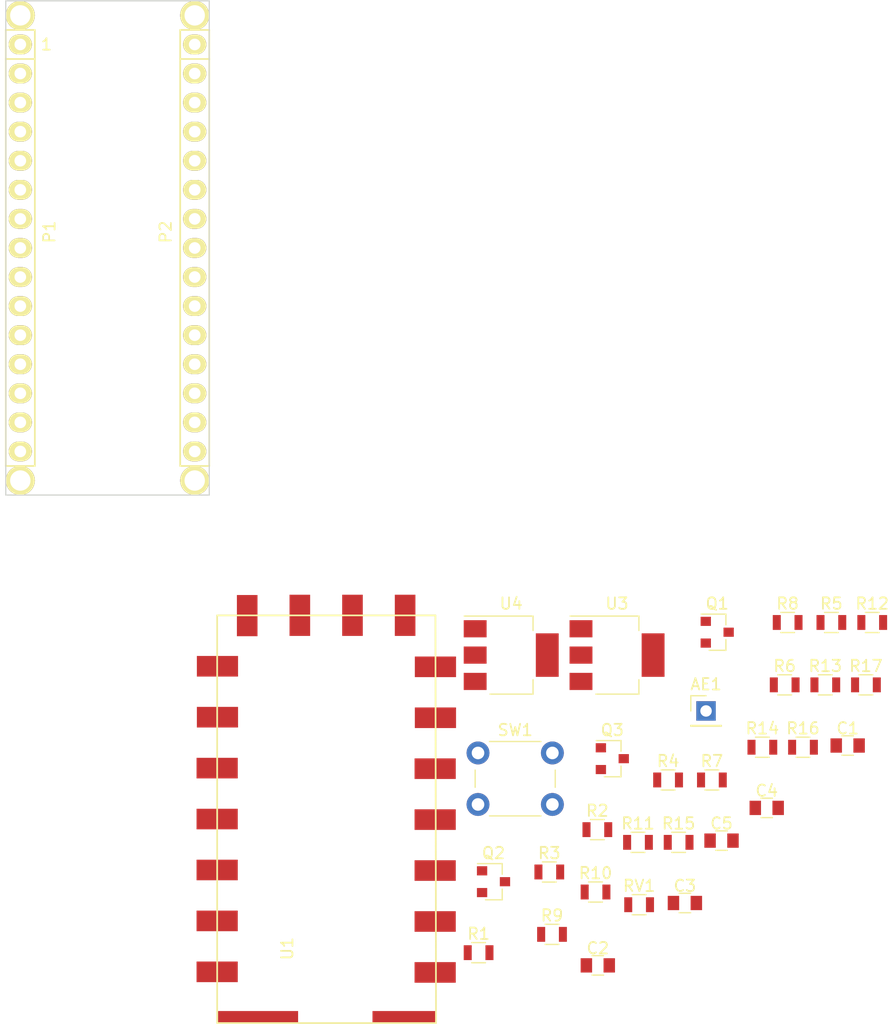
<source format=kicad_pcb>
(kicad_pcb (version 4) (host pcbnew 4.0.7-e2-6376~58~ubuntu16.04.1)

  (general
    (links 71)
    (no_connects 71)
    (area 138.125999 67.386999 156.006001 110.667001)
    (thickness 1.6)
    (drawings 20)
    (tracks 0)
    (zones 0)
    (modules 37)
    (nets 46)
  )

  (page A4)
  (title_block
    (date "jeu. 02 avril 2015")
  )

  (layers
    (0 F.Cu signal)
    (31 B.Cu signal)
    (32 B.Adhes user)
    (33 F.Adhes user)
    (34 B.Paste user)
    (35 F.Paste user)
    (36 B.SilkS user)
    (37 F.SilkS user)
    (38 B.Mask user)
    (39 F.Mask user)
    (40 Dwgs.User user)
    (41 Cmts.User user)
    (42 Eco1.User user)
    (43 Eco2.User user)
    (44 Edge.Cuts user)
    (45 Margin user)
    (46 B.CrtYd user)
    (47 F.CrtYd user)
    (48 B.Fab user)
    (49 F.Fab user)
  )

  (setup
    (last_trace_width 0.25)
    (trace_clearance 0.2)
    (zone_clearance 0.508)
    (zone_45_only no)
    (trace_min 0.2)
    (segment_width 0.15)
    (edge_width 0.1)
    (via_size 0.6)
    (via_drill 0.4)
    (via_min_size 0.4)
    (via_min_drill 0.3)
    (uvia_size 0.3)
    (uvia_drill 0.1)
    (uvias_allowed no)
    (uvia_min_size 0.2)
    (uvia_min_drill 0.1)
    (pcb_text_width 0.3)
    (pcb_text_size 1.5 1.5)
    (mod_edge_width 0.15)
    (mod_text_size 1 1)
    (mod_text_width 0.15)
    (pad_size 1.5 1.5)
    (pad_drill 0.6)
    (pad_to_mask_clearance 0)
    (aux_axis_origin 138.176 110.617)
    (visible_elements FFFFFF7F)
    (pcbplotparams
      (layerselection 0x00030_80000001)
      (usegerberextensions false)
      (excludeedgelayer true)
      (linewidth 0.100000)
      (plotframeref false)
      (viasonmask false)
      (mode 1)
      (useauxorigin false)
      (hpglpennumber 1)
      (hpglpenspeed 20)
      (hpglpendiameter 15)
      (hpglpenoverlay 2)
      (psnegative false)
      (psa4output false)
      (plotreference true)
      (plotvalue true)
      (plotinvisibletext false)
      (padsonsilk false)
      (subtractmaskfromsilk false)
      (outputformat 1)
      (mirror false)
      (drillshape 1)
      (scaleselection 1)
      (outputdirectory ""))
  )

  (net 0 "")
  (net 1 "/1(Tx)")
  (net 2 "/0(Rx)")
  (net 3 /Reset)
  (net 4 GND)
  (net 5 /2)
  (net 6 "/3(**)")
  (net 7 /4)
  (net 8 "/5(**)")
  (net 9 "/6(**)")
  (net 10 /7)
  (net 11 /8)
  (net 12 "/9(**)")
  (net 13 "/10(**/SS)")
  (net 14 +5V)
  (net 15 /A7)
  (net 16 /A6)
  (net 17 /A5)
  (net 18 /A4)
  (net 19 /A3)
  (net 20 /A2)
  (net 21 /A1)
  (net 22 /A0)
  (net 23 /AREF)
  (net 24 "/13(SCK)")
  (net 25 "Net-(P3-Pad1)")
  (net 26 "Net-(P4-Pad1)")
  (net 27 "Net-(P5-Pad1)")
  (net 28 "Net-(P6-Pad1)")
  (net 29 +3V3)
  (net 30 "Net-(AE1-Pad1)")
  (net 31 "Net-(C1-Pad1)")
  (net 32 "Net-(C1-Pad2)")
  (net 33 "Net-(C3-Pad1)")
  (net 34 "Net-(P1-Pad14)")
  (net 35 "Net-(P1-Pad15)")
  (net 36 "Net-(P2-Pad4)")
  (net 37 "Net-(P2-Pad14)")
  (net 38 "Net-(Q1-Pad3)")
  (net 39 "Net-(Q2-Pad2)")
  (net 40 "Net-(Q3-Pad2)")
  (net 41 "Net-(R11-Pad1)")
  (net 42 "Net-(R12-Pad1)")
  (net 43 "Net-(RV1-Pad1)")
  (net 44 "Net-(U1-Pad1)")
  (net 45 +BATT)

  (net_class Default "This is the default net class."
    (clearance 0.2)
    (trace_width 0.25)
    (via_dia 0.6)
    (via_drill 0.4)
    (uvia_dia 0.3)
    (uvia_drill 0.1)
    (add_net +3V3)
    (add_net +5V)
    (add_net +BATT)
    (add_net "/0(Rx)")
    (add_net "/1(Tx)")
    (add_net "/10(**/SS)")
    (add_net "/13(SCK)")
    (add_net /2)
    (add_net "/3(**)")
    (add_net /4)
    (add_net "/5(**)")
    (add_net "/6(**)")
    (add_net /7)
    (add_net /8)
    (add_net "/9(**)")
    (add_net /A0)
    (add_net /A1)
    (add_net /A2)
    (add_net /A3)
    (add_net /A4)
    (add_net /A5)
    (add_net /A6)
    (add_net /A7)
    (add_net /AREF)
    (add_net /Reset)
    (add_net GND)
    (add_net "Net-(AE1-Pad1)")
    (add_net "Net-(C1-Pad1)")
    (add_net "Net-(C1-Pad2)")
    (add_net "Net-(C3-Pad1)")
    (add_net "Net-(P1-Pad14)")
    (add_net "Net-(P1-Pad15)")
    (add_net "Net-(P2-Pad14)")
    (add_net "Net-(P2-Pad4)")
    (add_net "Net-(P3-Pad1)")
    (add_net "Net-(P4-Pad1)")
    (add_net "Net-(P5-Pad1)")
    (add_net "Net-(P6-Pad1)")
    (add_net "Net-(Q1-Pad3)")
    (add_net "Net-(Q2-Pad2)")
    (add_net "Net-(Q3-Pad2)")
    (add_net "Net-(R11-Pad1)")
    (add_net "Net-(R12-Pad1)")
    (add_net "Net-(RV1-Pad1)")
    (add_net "Net-(U1-Pad1)")
  )

  (module Socket_Arduino_Nano:Socket_Strip_Arduino_1x15 locked (layer F.Cu) (tedit 552169C6) (tstamp 551FC9D0)
    (at 139.446 71.247 270)
    (descr "Through hole socket strip")
    (tags "socket strip")
    (path /56D73FAC)
    (fp_text reference P1 (at 16.383 -2.54 270) (layer F.SilkS)
      (effects (font (size 1 1) (thickness 0.15)))
    )
    (fp_text value Digital (at 20.193 -2.54 270) (layer F.Fab)
      (effects (font (size 1 1) (thickness 0.15)))
    )
    (fp_line (start 1.27 -1.27) (end -1.27 -1.27) (layer F.SilkS) (width 0.15))
    (fp_line (start -1.27 -1.27) (end -1.27 1.27) (layer F.SilkS) (width 0.15))
    (fp_line (start -1.27 1.27) (end 1.27 1.27) (layer F.SilkS) (width 0.15))
    (fp_line (start -1.75 -1.75) (end -1.75 1.75) (layer F.CrtYd) (width 0.05))
    (fp_line (start 37.35 -1.75) (end 37.35 1.75) (layer F.CrtYd) (width 0.05))
    (fp_line (start -1.75 -1.75) (end 37.35 -1.75) (layer F.CrtYd) (width 0.05))
    (fp_line (start -1.75 1.75) (end 37.35 1.75) (layer F.CrtYd) (width 0.05))
    (fp_line (start 1.27 -1.27) (end 36.83 -1.27) (layer F.SilkS) (width 0.15))
    (fp_line (start 36.83 -1.27) (end 36.83 1.27) (layer F.SilkS) (width 0.15))
    (fp_line (start 36.83 1.27) (end 1.27 1.27) (layer F.SilkS) (width 0.15))
    (fp_line (start 1.27 1.27) (end 1.27 -1.27) (layer F.SilkS) (width 0.15))
    (pad 1 thru_hole oval (at 0 0 270) (size 1.7272 2.032) (drill 1.016) (layers *.Cu *.Mask F.SilkS)
      (net 1 "/1(Tx)"))
    (pad 2 thru_hole oval (at 2.54 0 270) (size 1.7272 2.032) (drill 1.016) (layers *.Cu *.Mask F.SilkS)
      (net 2 "/0(Rx)"))
    (pad 3 thru_hole oval (at 5.08 0 270) (size 1.7272 2.032) (drill 1.016) (layers *.Cu *.Mask F.SilkS)
      (net 3 /Reset))
    (pad 4 thru_hole oval (at 7.62 0 270) (size 1.7272 2.032) (drill 1.016) (layers *.Cu *.Mask F.SilkS)
      (net 4 GND))
    (pad 5 thru_hole oval (at 10.16 0 270) (size 1.7272 2.032) (drill 1.016) (layers *.Cu *.Mask F.SilkS)
      (net 5 /2))
    (pad 6 thru_hole oval (at 12.7 0 270) (size 1.7272 2.032) (drill 1.016) (layers *.Cu *.Mask F.SilkS)
      (net 6 "/3(**)"))
    (pad 7 thru_hole oval (at 15.24 0 270) (size 1.7272 2.032) (drill 1.016) (layers *.Cu *.Mask F.SilkS)
      (net 7 /4))
    (pad 8 thru_hole oval (at 17.78 0 270) (size 1.7272 2.032) (drill 1.016) (layers *.Cu *.Mask F.SilkS)
      (net 8 "/5(**)"))
    (pad 9 thru_hole oval (at 20.32 0 270) (size 1.7272 2.032) (drill 1.016) (layers *.Cu *.Mask F.SilkS)
      (net 9 "/6(**)"))
    (pad 10 thru_hole oval (at 22.86 0 270) (size 1.7272 2.032) (drill 1.016) (layers *.Cu *.Mask F.SilkS)
      (net 10 /7))
    (pad 11 thru_hole oval (at 25.4 0 270) (size 1.7272 2.032) (drill 1.016) (layers *.Cu *.Mask F.SilkS)
      (net 11 /8))
    (pad 12 thru_hole oval (at 27.94 0 270) (size 1.7272 2.032) (drill 1.016) (layers *.Cu *.Mask F.SilkS)
      (net 12 "/9(**)"))
    (pad 13 thru_hole oval (at 30.48 0 270) (size 1.7272 2.032) (drill 1.016) (layers *.Cu *.Mask F.SilkS)
      (net 13 "/10(**/SS)"))
    (pad 14 thru_hole oval (at 33.02 0 270) (size 1.7272 2.032) (drill 1.016) (layers *.Cu *.Mask F.SilkS)
      (net 34 "Net-(P1-Pad14)"))
    (pad 15 thru_hole oval (at 35.56 0 270) (size 1.7272 2.032) (drill 1.016) (layers *.Cu *.Mask F.SilkS)
      (net 35 "Net-(P1-Pad15)"))
    (model ${KIPRJMOD}/Socket_Arduino_Nano.3dshapes/Socket_header_Arduino_1x15.wrl
      (at (xyz 0.7 0 0))
      (scale (xyz 1 1 1))
      (rotate (xyz 0 0 180))
    )
  )

  (module Socket_Arduino_Nano:Socket_Strip_Arduino_1x15 locked (layer F.Cu) (tedit 552169D3) (tstamp 551FC9EE)
    (at 154.686 71.247 270)
    (descr "Through hole socket strip")
    (tags "socket strip")
    (path /56D740C7)
    (fp_text reference P2 (at 16.383 2.54 270) (layer F.SilkS)
      (effects (font (size 1 1) (thickness 0.15)))
    )
    (fp_text value Analog (at 20.193 2.54 270) (layer F.Fab)
      (effects (font (size 1 1) (thickness 0.15)))
    )
    (fp_line (start 1.27 -1.27) (end -1.27 -1.27) (layer F.SilkS) (width 0.15))
    (fp_line (start -1.27 -1.27) (end -1.27 1.27) (layer F.SilkS) (width 0.15))
    (fp_line (start -1.27 1.27) (end 1.27 1.27) (layer F.SilkS) (width 0.15))
    (fp_line (start -1.75 -1.75) (end -1.75 1.75) (layer F.CrtYd) (width 0.05))
    (fp_line (start 37.35 -1.75) (end 37.35 1.75) (layer F.CrtYd) (width 0.05))
    (fp_line (start -1.75 -1.75) (end 37.35 -1.75) (layer F.CrtYd) (width 0.05))
    (fp_line (start -1.75 1.75) (end 37.35 1.75) (layer F.CrtYd) (width 0.05))
    (fp_line (start 1.27 -1.27) (end 36.83 -1.27) (layer F.SilkS) (width 0.15))
    (fp_line (start 36.83 -1.27) (end 36.83 1.27) (layer F.SilkS) (width 0.15))
    (fp_line (start 36.83 1.27) (end 1.27 1.27) (layer F.SilkS) (width 0.15))
    (fp_line (start 1.27 1.27) (end 1.27 -1.27) (layer F.SilkS) (width 0.15))
    (pad 1 thru_hole oval (at 0 0 270) (size 1.7272 2.032) (drill 1.016) (layers *.Cu *.Mask F.SilkS)
      (net 14 +5V))
    (pad 2 thru_hole oval (at 2.54 0 270) (size 1.7272 2.032) (drill 1.016) (layers *.Cu *.Mask F.SilkS)
      (net 4 GND))
    (pad 3 thru_hole oval (at 5.08 0 270) (size 1.7272 2.032) (drill 1.016) (layers *.Cu *.Mask F.SilkS)
      (net 3 /Reset))
    (pad 4 thru_hole oval (at 7.62 0 270) (size 1.7272 2.032) (drill 1.016) (layers *.Cu *.Mask F.SilkS)
      (net 36 "Net-(P2-Pad4)"))
    (pad 5 thru_hole oval (at 10.16 0 270) (size 1.7272 2.032) (drill 1.016) (layers *.Cu *.Mask F.SilkS)
      (net 15 /A7))
    (pad 6 thru_hole oval (at 12.7 0 270) (size 1.7272 2.032) (drill 1.016) (layers *.Cu *.Mask F.SilkS)
      (net 16 /A6))
    (pad 7 thru_hole oval (at 15.24 0 270) (size 1.7272 2.032) (drill 1.016) (layers *.Cu *.Mask F.SilkS)
      (net 17 /A5))
    (pad 8 thru_hole oval (at 17.78 0 270) (size 1.7272 2.032) (drill 1.016) (layers *.Cu *.Mask F.SilkS)
      (net 18 /A4))
    (pad 9 thru_hole oval (at 20.32 0 270) (size 1.7272 2.032) (drill 1.016) (layers *.Cu *.Mask F.SilkS)
      (net 19 /A3))
    (pad 10 thru_hole oval (at 22.86 0 270) (size 1.7272 2.032) (drill 1.016) (layers *.Cu *.Mask F.SilkS)
      (net 20 /A2))
    (pad 11 thru_hole oval (at 25.4 0 270) (size 1.7272 2.032) (drill 1.016) (layers *.Cu *.Mask F.SilkS)
      (net 21 /A1))
    (pad 12 thru_hole oval (at 27.94 0 270) (size 1.7272 2.032) (drill 1.016) (layers *.Cu *.Mask F.SilkS)
      (net 22 /A0))
    (pad 13 thru_hole oval (at 30.48 0 270) (size 1.7272 2.032) (drill 1.016) (layers *.Cu *.Mask F.SilkS)
      (net 23 /AREF))
    (pad 14 thru_hole oval (at 33.02 0 270) (size 1.7272 2.032) (drill 1.016) (layers *.Cu *.Mask F.SilkS)
      (net 37 "Net-(P2-Pad14)"))
    (pad 15 thru_hole oval (at 35.56 0 270) (size 1.7272 2.032) (drill 1.016) (layers *.Cu *.Mask F.SilkS)
      (net 24 "/13(SCK)"))
    (model ${KIPRJMOD}/Socket_Arduino_Nano.3dshapes/Socket_header_Arduino_1x15.wrl
      (at (xyz 0.7 0 0))
      (scale (xyz 1 1 1))
      (rotate (xyz 0 0 180))
    )
  )

  (module Socket_Arduino_Nano:1pin_Nano locked (layer F.Cu) (tedit 5521156E) (tstamp 55211553)
    (at 139.446 68.707)
    (descr "module 1 pin (ou trou mecanique de percage)")
    (tags DEV)
    (path /56D73ADD)
    (fp_text reference P3 (at 0 -2.032) (layer F.SilkS) hide
      (effects (font (size 1 1) (thickness 0.15)))
    )
    (fp_text value CONN_01X01 (at 0 2.032) (layer F.Fab) hide
      (effects (font (size 1 1) (thickness 0.15)))
    )
    (pad 1 thru_hole circle (at 0 0) (size 2.54 2.54) (drill 1.778) (layers *.Cu *.Mask F.SilkS)
      (net 25 "Net-(P3-Pad1)"))
  )

  (module Socket_Arduino_Nano:1pin_Nano locked (layer F.Cu) (tedit 55211594) (tstamp 55211558)
    (at 139.446 109.347)
    (descr "module 1 pin (ou trou mecanique de percage)")
    (tags DEV)
    (path /56D73D86)
    (fp_text reference P4 (at 0 -2.032) (layer F.SilkS) hide
      (effects (font (size 1 1) (thickness 0.15)))
    )
    (fp_text value CONN_01X01 (at 0 2.032) (layer F.Fab) hide
      (effects (font (size 1 1) (thickness 0.15)))
    )
    (pad 1 thru_hole circle (at 0 0) (size 2.54 2.54) (drill 1.778) (layers *.Cu *.Mask F.SilkS)
      (net 26 "Net-(P4-Pad1)"))
  )

  (module Socket_Arduino_Nano:1pin_Nano locked (layer F.Cu) (tedit 552115A5) (tstamp 5521155D)
    (at 154.686 109.347)
    (descr "module 1 pin (ou trou mecanique de percage)")
    (tags DEV)
    (path /56D73DAE)
    (fp_text reference P5 (at 0 -2.032) (layer F.SilkS) hide
      (effects (font (size 1 1) (thickness 0.15)))
    )
    (fp_text value CONN_01X01 (at 0 2.032) (layer F.Fab) hide
      (effects (font (size 1 1) (thickness 0.15)))
    )
    (pad 1 thru_hole circle (at 0 0) (size 2.54 2.54) (drill 1.778) (layers *.Cu *.Mask F.SilkS)
      (net 27 "Net-(P5-Pad1)"))
  )

  (module Socket_Arduino_Nano:1pin_Nano locked (layer F.Cu) (tedit 552115BD) (tstamp 55211562)
    (at 154.686 68.707)
    (descr "module 1 pin (ou trou mecanique de percage)")
    (tags DEV)
    (path /56D73DD9)
    (fp_text reference P6 (at 0 -2.032) (layer F.SilkS) hide
      (effects (font (size 1 1) (thickness 0.15)))
    )
    (fp_text value CONN_01X01 (at 0 2.032) (layer F.Fab) hide
      (effects (font (size 1 1) (thickness 0.15)))
    )
    (pad 1 thru_hole circle (at 0 0) (size 2.54 2.54) (drill 1.778) (layers *.Cu *.Mask F.SilkS)
      (net 28 "Net-(P6-Pad1)"))
  )

  (module Pin_Headers:Pin_Header_Straight_1x01_Pitch2.54mm (layer F.Cu) (tedit 59650532) (tstamp 5AE498A3)
    (at 199.370381 129.481)
    (descr "Through hole straight pin header, 1x01, 2.54mm pitch, single row")
    (tags "Through hole pin header THT 1x01 2.54mm single row")
    (path /5AD0E501)
    (fp_text reference AE1 (at 0 -2.33) (layer F.SilkS)
      (effects (font (size 1 1) (thickness 0.15)))
    )
    (fp_text value Antenna (at 0 2.33) (layer F.Fab)
      (effects (font (size 1 1) (thickness 0.15)))
    )
    (fp_line (start -0.635 -1.27) (end 1.27 -1.27) (layer F.Fab) (width 0.1))
    (fp_line (start 1.27 -1.27) (end 1.27 1.27) (layer F.Fab) (width 0.1))
    (fp_line (start 1.27 1.27) (end -1.27 1.27) (layer F.Fab) (width 0.1))
    (fp_line (start -1.27 1.27) (end -1.27 -0.635) (layer F.Fab) (width 0.1))
    (fp_line (start -1.27 -0.635) (end -0.635 -1.27) (layer F.Fab) (width 0.1))
    (fp_line (start -1.33 1.33) (end 1.33 1.33) (layer F.SilkS) (width 0.12))
    (fp_line (start -1.33 1.27) (end -1.33 1.33) (layer F.SilkS) (width 0.12))
    (fp_line (start 1.33 1.27) (end 1.33 1.33) (layer F.SilkS) (width 0.12))
    (fp_line (start -1.33 1.27) (end 1.33 1.27) (layer F.SilkS) (width 0.12))
    (fp_line (start -1.33 0) (end -1.33 -1.33) (layer F.SilkS) (width 0.12))
    (fp_line (start -1.33 -1.33) (end 0 -1.33) (layer F.SilkS) (width 0.12))
    (fp_line (start -1.8 -1.8) (end -1.8 1.8) (layer F.CrtYd) (width 0.05))
    (fp_line (start -1.8 1.8) (end 1.8 1.8) (layer F.CrtYd) (width 0.05))
    (fp_line (start 1.8 1.8) (end 1.8 -1.8) (layer F.CrtYd) (width 0.05))
    (fp_line (start 1.8 -1.8) (end -1.8 -1.8) (layer F.CrtYd) (width 0.05))
    (fp_text user %R (at 0 0 90) (layer F.Fab)
      (effects (font (size 1 1) (thickness 0.15)))
    )
    (pad 1 thru_hole rect (at 0 0) (size 1.7 1.7) (drill 1) (layers *.Cu *.Mask)
      (net 30 "Net-(AE1-Pad1)"))
    (model ${KISYS3DMOD}/Pin_Headers.3dshapes/Pin_Header_Straight_1x01_Pitch2.54mm.wrl
      (at (xyz 0 0 0))
      (scale (xyz 1 1 1))
      (rotate (xyz 0 0 0))
    )
  )

  (module Capacitors_SMD:C_0805 (layer F.Cu) (tedit 58AA8463) (tstamp 5AE498A9)
    (at 211.746571 132.501)
    (descr "Capacitor SMD 0805, reflow soldering, AVX (see smccp.pdf)")
    (tags "capacitor 0805")
    (path /5AD0DF85)
    (attr smd)
    (fp_text reference C1 (at 0 -1.5) (layer F.SilkS)
      (effects (font (size 1 1) (thickness 0.15)))
    )
    (fp_text value 4.7uf (at 0 1.75) (layer F.Fab)
      (effects (font (size 1 1) (thickness 0.15)))
    )
    (fp_text user %R (at 0 -1.5) (layer F.Fab)
      (effects (font (size 1 1) (thickness 0.15)))
    )
    (fp_line (start -1 0.62) (end -1 -0.62) (layer F.Fab) (width 0.1))
    (fp_line (start 1 0.62) (end -1 0.62) (layer F.Fab) (width 0.1))
    (fp_line (start 1 -0.62) (end 1 0.62) (layer F.Fab) (width 0.1))
    (fp_line (start -1 -0.62) (end 1 -0.62) (layer F.Fab) (width 0.1))
    (fp_line (start 0.5 -0.85) (end -0.5 -0.85) (layer F.SilkS) (width 0.12))
    (fp_line (start -0.5 0.85) (end 0.5 0.85) (layer F.SilkS) (width 0.12))
    (fp_line (start -1.75 -0.88) (end 1.75 -0.88) (layer F.CrtYd) (width 0.05))
    (fp_line (start -1.75 -0.88) (end -1.75 0.87) (layer F.CrtYd) (width 0.05))
    (fp_line (start 1.75 0.87) (end 1.75 -0.88) (layer F.CrtYd) (width 0.05))
    (fp_line (start 1.75 0.87) (end -1.75 0.87) (layer F.CrtYd) (width 0.05))
    (pad 1 smd rect (at -1 0) (size 1 1.25) (layers F.Cu F.Paste F.Mask)
      (net 31 "Net-(C1-Pad1)"))
    (pad 2 smd rect (at 1 0) (size 1 1.25) (layers F.Cu F.Paste F.Mask)
      (net 32 "Net-(C1-Pad2)"))
    (model Capacitors_SMD.3dshapes/C_0805.wrl
      (at (xyz 0 0 0))
      (scale (xyz 1 1 1))
      (rotate (xyz 0 0 0))
    )
  )

  (module Capacitors_SMD:C_0805 (layer F.Cu) (tedit 58AA8463) (tstamp 5AE498AF)
    (at 189.913001 151.711)
    (descr "Capacitor SMD 0805, reflow soldering, AVX (see smccp.pdf)")
    (tags "capacitor 0805")
    (path /5AD0DDEF)
    (attr smd)
    (fp_text reference C2 (at 0 -1.5) (layer F.SilkS)
      (effects (font (size 1 1) (thickness 0.15)))
    )
    (fp_text value .1uf (at 0 1.75) (layer F.Fab)
      (effects (font (size 1 1) (thickness 0.15)))
    )
    (fp_text user %R (at 0 -1.5) (layer F.Fab)
      (effects (font (size 1 1) (thickness 0.15)))
    )
    (fp_line (start -1 0.62) (end -1 -0.62) (layer F.Fab) (width 0.1))
    (fp_line (start 1 0.62) (end -1 0.62) (layer F.Fab) (width 0.1))
    (fp_line (start 1 -0.62) (end 1 0.62) (layer F.Fab) (width 0.1))
    (fp_line (start -1 -0.62) (end 1 -0.62) (layer F.Fab) (width 0.1))
    (fp_line (start 0.5 -0.85) (end -0.5 -0.85) (layer F.SilkS) (width 0.12))
    (fp_line (start -0.5 0.85) (end 0.5 0.85) (layer F.SilkS) (width 0.12))
    (fp_line (start -1.75 -0.88) (end 1.75 -0.88) (layer F.CrtYd) (width 0.05))
    (fp_line (start -1.75 -0.88) (end -1.75 0.87) (layer F.CrtYd) (width 0.05))
    (fp_line (start 1.75 0.87) (end 1.75 -0.88) (layer F.CrtYd) (width 0.05))
    (fp_line (start 1.75 0.87) (end -1.75 0.87) (layer F.CrtYd) (width 0.05))
    (pad 1 smd rect (at -1 0) (size 1 1.25) (layers F.Cu F.Paste F.Mask)
      (net 31 "Net-(C1-Pad1)"))
    (pad 2 smd rect (at 1 0) (size 1 1.25) (layers F.Cu F.Paste F.Mask)
      (net 4 GND))
    (model Capacitors_SMD.3dshapes/C_0805.wrl
      (at (xyz 0 0 0))
      (scale (xyz 1 1 1))
      (rotate (xyz 0 0 0))
    )
  )

  (module Capacitors_SMD:C_0805 (layer F.Cu) (tedit 58AA8463) (tstamp 5AE498B5)
    (at 197.523001 146.261)
    (descr "Capacitor SMD 0805, reflow soldering, AVX (see smccp.pdf)")
    (tags "capacitor 0805")
    (path /5AD0ED8A)
    (attr smd)
    (fp_text reference C3 (at 0 -1.5) (layer F.SilkS)
      (effects (font (size 1 1) (thickness 0.15)))
    )
    (fp_text value 1uf (at 0 1.75) (layer F.Fab)
      (effects (font (size 1 1) (thickness 0.15)))
    )
    (fp_text user %R (at 0 -1.5) (layer F.Fab)
      (effects (font (size 1 1) (thickness 0.15)))
    )
    (fp_line (start -1 0.62) (end -1 -0.62) (layer F.Fab) (width 0.1))
    (fp_line (start 1 0.62) (end -1 0.62) (layer F.Fab) (width 0.1))
    (fp_line (start 1 -0.62) (end 1 0.62) (layer F.Fab) (width 0.1))
    (fp_line (start -1 -0.62) (end 1 -0.62) (layer F.Fab) (width 0.1))
    (fp_line (start 0.5 -0.85) (end -0.5 -0.85) (layer F.SilkS) (width 0.12))
    (fp_line (start -0.5 0.85) (end 0.5 0.85) (layer F.SilkS) (width 0.12))
    (fp_line (start -1.75 -0.88) (end 1.75 -0.88) (layer F.CrtYd) (width 0.05))
    (fp_line (start -1.75 -0.88) (end -1.75 0.87) (layer F.CrtYd) (width 0.05))
    (fp_line (start 1.75 0.87) (end 1.75 -0.88) (layer F.CrtYd) (width 0.05))
    (fp_line (start 1.75 0.87) (end -1.75 0.87) (layer F.CrtYd) (width 0.05))
    (pad 1 smd rect (at -1 0) (size 1 1.25) (layers F.Cu F.Paste F.Mask)
      (net 33 "Net-(C3-Pad1)"))
    (pad 2 smd rect (at 1 0) (size 1 1.25) (layers F.Cu F.Paste F.Mask)
      (net 22 /A0))
    (model Capacitors_SMD.3dshapes/C_0805.wrl
      (at (xyz 0 0 0))
      (scale (xyz 1 1 1))
      (rotate (xyz 0 0 0))
    )
  )

  (module Capacitors_SMD:C_0805 (layer F.Cu) (tedit 58AA8463) (tstamp 5AE498BB)
    (at 204.673001 137.951)
    (descr "Capacitor SMD 0805, reflow soldering, AVX (see smccp.pdf)")
    (tags "capacitor 0805")
    (path /5ADFABCD)
    (attr smd)
    (fp_text reference C4 (at 0 -1.5) (layer F.SilkS)
      (effects (font (size 1 1) (thickness 0.15)))
    )
    (fp_text value 10uf (at 0 1.75) (layer F.Fab)
      (effects (font (size 1 1) (thickness 0.15)))
    )
    (fp_text user %R (at 0 -1.5) (layer F.Fab)
      (effects (font (size 1 1) (thickness 0.15)))
    )
    (fp_line (start -1 0.62) (end -1 -0.62) (layer F.Fab) (width 0.1))
    (fp_line (start 1 0.62) (end -1 0.62) (layer F.Fab) (width 0.1))
    (fp_line (start 1 -0.62) (end 1 0.62) (layer F.Fab) (width 0.1))
    (fp_line (start -1 -0.62) (end 1 -0.62) (layer F.Fab) (width 0.1))
    (fp_line (start 0.5 -0.85) (end -0.5 -0.85) (layer F.SilkS) (width 0.12))
    (fp_line (start -0.5 0.85) (end 0.5 0.85) (layer F.SilkS) (width 0.12))
    (fp_line (start -1.75 -0.88) (end 1.75 -0.88) (layer F.CrtYd) (width 0.05))
    (fp_line (start -1.75 -0.88) (end -1.75 0.87) (layer F.CrtYd) (width 0.05))
    (fp_line (start 1.75 0.87) (end 1.75 -0.88) (layer F.CrtYd) (width 0.05))
    (fp_line (start 1.75 0.87) (end -1.75 0.87) (layer F.CrtYd) (width 0.05))
    (pad 1 smd rect (at -1 0) (size 1 1.25) (layers F.Cu F.Paste F.Mask)
      (net 29 +3V3))
    (pad 2 smd rect (at 1 0) (size 1 1.25) (layers F.Cu F.Paste F.Mask)
      (net 4 GND))
    (model Capacitors_SMD.3dshapes/C_0805.wrl
      (at (xyz 0 0 0))
      (scale (xyz 1 1 1))
      (rotate (xyz 0 0 0))
    )
  )

  (module Capacitors_SMD:C_0805 (layer F.Cu) (tedit 58AA8463) (tstamp 5AE498C1)
    (at 200.723001 140.811)
    (descr "Capacitor SMD 0805, reflow soldering, AVX (see smccp.pdf)")
    (tags "capacitor 0805")
    (path /5ADFB53A)
    (attr smd)
    (fp_text reference C5 (at 0 -1.5) (layer F.SilkS)
      (effects (font (size 1 1) (thickness 0.15)))
    )
    (fp_text value 10uf (at 0 1.75) (layer F.Fab)
      (effects (font (size 1 1) (thickness 0.15)))
    )
    (fp_text user %R (at 0 -1.5) (layer F.Fab)
      (effects (font (size 1 1) (thickness 0.15)))
    )
    (fp_line (start -1 0.62) (end -1 -0.62) (layer F.Fab) (width 0.1))
    (fp_line (start 1 0.62) (end -1 0.62) (layer F.Fab) (width 0.1))
    (fp_line (start 1 -0.62) (end 1 0.62) (layer F.Fab) (width 0.1))
    (fp_line (start -1 -0.62) (end 1 -0.62) (layer F.Fab) (width 0.1))
    (fp_line (start 0.5 -0.85) (end -0.5 -0.85) (layer F.SilkS) (width 0.12))
    (fp_line (start -0.5 0.85) (end 0.5 0.85) (layer F.SilkS) (width 0.12))
    (fp_line (start -1.75 -0.88) (end 1.75 -0.88) (layer F.CrtYd) (width 0.05))
    (fp_line (start -1.75 -0.88) (end -1.75 0.87) (layer F.CrtYd) (width 0.05))
    (fp_line (start 1.75 0.87) (end 1.75 -0.88) (layer F.CrtYd) (width 0.05))
    (fp_line (start 1.75 0.87) (end -1.75 0.87) (layer F.CrtYd) (width 0.05))
    (pad 1 smd rect (at -1 0) (size 1 1.25) (layers F.Cu F.Paste F.Mask)
      (net 14 +5V))
    (pad 2 smd rect (at 1 0) (size 1 1.25) (layers F.Cu F.Paste F.Mask)
      (net 4 GND))
    (model Capacitors_SMD.3dshapes/C_0805.wrl
      (at (xyz 0 0 0))
      (scale (xyz 1 1 1))
      (rotate (xyz 0 0 0))
    )
  )

  (module TO_SOT_Packages_SMD:SOT-23 (layer F.Cu) (tedit 58CE4E7E) (tstamp 5AE498C8)
    (at 200.346571 122.601)
    (descr "SOT-23, Standard")
    (tags SOT-23)
    (path /5AE4B614)
    (attr smd)
    (fp_text reference Q1 (at 0 -2.5) (layer F.SilkS)
      (effects (font (size 1 1) (thickness 0.15)))
    )
    (fp_text value MMBT2222 (at 0 2.5) (layer F.Fab)
      (effects (font (size 1 1) (thickness 0.15)))
    )
    (fp_text user %R (at 0 0 90) (layer F.Fab)
      (effects (font (size 0.5 0.5) (thickness 0.075)))
    )
    (fp_line (start -0.7 -0.95) (end -0.7 1.5) (layer F.Fab) (width 0.1))
    (fp_line (start -0.15 -1.52) (end 0.7 -1.52) (layer F.Fab) (width 0.1))
    (fp_line (start -0.7 -0.95) (end -0.15 -1.52) (layer F.Fab) (width 0.1))
    (fp_line (start 0.7 -1.52) (end 0.7 1.52) (layer F.Fab) (width 0.1))
    (fp_line (start -0.7 1.52) (end 0.7 1.52) (layer F.Fab) (width 0.1))
    (fp_line (start 0.76 1.58) (end 0.76 0.65) (layer F.SilkS) (width 0.12))
    (fp_line (start 0.76 -1.58) (end 0.76 -0.65) (layer F.SilkS) (width 0.12))
    (fp_line (start -1.7 -1.75) (end 1.7 -1.75) (layer F.CrtYd) (width 0.05))
    (fp_line (start 1.7 -1.75) (end 1.7 1.75) (layer F.CrtYd) (width 0.05))
    (fp_line (start 1.7 1.75) (end -1.7 1.75) (layer F.CrtYd) (width 0.05))
    (fp_line (start -1.7 1.75) (end -1.7 -1.75) (layer F.CrtYd) (width 0.05))
    (fp_line (start 0.76 -1.58) (end -1.4 -1.58) (layer F.SilkS) (width 0.12))
    (fp_line (start 0.76 1.58) (end -0.7 1.58) (layer F.SilkS) (width 0.12))
    (pad 1 smd rect (at -1 -0.95) (size 0.9 0.8) (layers F.Cu F.Paste F.Mask)
      (net 15 /A7))
    (pad 2 smd rect (at -1 0.95) (size 0.9 0.8) (layers F.Cu F.Paste F.Mask)
      (net 4 GND))
    (pad 3 smd rect (at 1 0) (size 0.9 0.8) (layers F.Cu F.Paste F.Mask)
      (net 38 "Net-(Q1-Pad3)"))
    (model ${KISYS3DMOD}/TO_SOT_Packages_SMD.3dshapes/SOT-23.wrl
      (at (xyz 0 0 0))
      (scale (xyz 1 1 1))
      (rotate (xyz 0 0 0))
    )
  )

  (module TO_SOT_Packages_SMD:SOT-23 (layer F.Cu) (tedit 58CE4E7E) (tstamp 5AE498CF)
    (at 180.798952 144.401)
    (descr "SOT-23, Standard")
    (tags SOT-23)
    (path /5AE4A7BE)
    (attr smd)
    (fp_text reference Q2 (at 0 -2.5) (layer F.SilkS)
      (effects (font (size 1 1) (thickness 0.15)))
    )
    (fp_text value BSS138 (at 0 2.5) (layer F.Fab)
      (effects (font (size 1 1) (thickness 0.15)))
    )
    (fp_text user %R (at 0 0 90) (layer F.Fab)
      (effects (font (size 0.5 0.5) (thickness 0.075)))
    )
    (fp_line (start -0.7 -0.95) (end -0.7 1.5) (layer F.Fab) (width 0.1))
    (fp_line (start -0.15 -1.52) (end 0.7 -1.52) (layer F.Fab) (width 0.1))
    (fp_line (start -0.7 -0.95) (end -0.15 -1.52) (layer F.Fab) (width 0.1))
    (fp_line (start 0.7 -1.52) (end 0.7 1.52) (layer F.Fab) (width 0.1))
    (fp_line (start -0.7 1.52) (end 0.7 1.52) (layer F.Fab) (width 0.1))
    (fp_line (start 0.76 1.58) (end 0.76 0.65) (layer F.SilkS) (width 0.12))
    (fp_line (start 0.76 -1.58) (end 0.76 -0.65) (layer F.SilkS) (width 0.12))
    (fp_line (start -1.7 -1.75) (end 1.7 -1.75) (layer F.CrtYd) (width 0.05))
    (fp_line (start 1.7 -1.75) (end 1.7 1.75) (layer F.CrtYd) (width 0.05))
    (fp_line (start 1.7 1.75) (end -1.7 1.75) (layer F.CrtYd) (width 0.05))
    (fp_line (start -1.7 1.75) (end -1.7 -1.75) (layer F.CrtYd) (width 0.05))
    (fp_line (start 0.76 -1.58) (end -1.4 -1.58) (layer F.SilkS) (width 0.12))
    (fp_line (start 0.76 1.58) (end -0.7 1.58) (layer F.SilkS) (width 0.12))
    (pad 1 smd rect (at -1 -0.95) (size 0.9 0.8) (layers F.Cu F.Paste F.Mask)
      (net 29 +3V3))
    (pad 2 smd rect (at -1 0.95) (size 0.9 0.8) (layers F.Cu F.Paste F.Mask)
      (net 39 "Net-(Q2-Pad2)"))
    (pad 3 smd rect (at 1 0) (size 0.9 0.8) (layers F.Cu F.Paste F.Mask)
      (net 5 /2))
    (model ${KISYS3DMOD}/TO_SOT_Packages_SMD.3dshapes/SOT-23.wrl
      (at (xyz 0 0 0))
      (scale (xyz 1 1 1))
      (rotate (xyz 0 0 0))
    )
  )

  (module TO_SOT_Packages_SMD:SOT-23 (layer F.Cu) (tedit 58CE4E7E) (tstamp 5AE498D6)
    (at 191.178952 133.651)
    (descr "SOT-23, Standard")
    (tags SOT-23)
    (path /5AE48CAC)
    (attr smd)
    (fp_text reference Q3 (at 0 -2.5) (layer F.SilkS)
      (effects (font (size 1 1) (thickness 0.15)))
    )
    (fp_text value BSS138 (at 0 2.5) (layer F.Fab)
      (effects (font (size 1 1) (thickness 0.15)))
    )
    (fp_text user %R (at 0 0 90) (layer F.Fab)
      (effects (font (size 0.5 0.5) (thickness 0.075)))
    )
    (fp_line (start -0.7 -0.95) (end -0.7 1.5) (layer F.Fab) (width 0.1))
    (fp_line (start -0.15 -1.52) (end 0.7 -1.52) (layer F.Fab) (width 0.1))
    (fp_line (start -0.7 -0.95) (end -0.15 -1.52) (layer F.Fab) (width 0.1))
    (fp_line (start 0.7 -1.52) (end 0.7 1.52) (layer F.Fab) (width 0.1))
    (fp_line (start -0.7 1.52) (end 0.7 1.52) (layer F.Fab) (width 0.1))
    (fp_line (start 0.76 1.58) (end 0.76 0.65) (layer F.SilkS) (width 0.12))
    (fp_line (start 0.76 -1.58) (end 0.76 -0.65) (layer F.SilkS) (width 0.12))
    (fp_line (start -1.7 -1.75) (end 1.7 -1.75) (layer F.CrtYd) (width 0.05))
    (fp_line (start 1.7 -1.75) (end 1.7 1.75) (layer F.CrtYd) (width 0.05))
    (fp_line (start 1.7 1.75) (end -1.7 1.75) (layer F.CrtYd) (width 0.05))
    (fp_line (start -1.7 1.75) (end -1.7 -1.75) (layer F.CrtYd) (width 0.05))
    (fp_line (start 0.76 -1.58) (end -1.4 -1.58) (layer F.SilkS) (width 0.12))
    (fp_line (start 0.76 1.58) (end -0.7 1.58) (layer F.SilkS) (width 0.12))
    (pad 1 smd rect (at -1 -0.95) (size 0.9 0.8) (layers F.Cu F.Paste F.Mask)
      (net 29 +3V3))
    (pad 2 smd rect (at -1 0.95) (size 0.9 0.8) (layers F.Cu F.Paste F.Mask)
      (net 40 "Net-(Q3-Pad2)"))
    (pad 3 smd rect (at 1 0) (size 0.9 0.8) (layers F.Cu F.Paste F.Mask)
      (net 6 "/3(**)"))
    (model ${KISYS3DMOD}/TO_SOT_Packages_SMD.3dshapes/SOT-23.wrl
      (at (xyz 0 0 0))
      (scale (xyz 1 1 1))
      (rotate (xyz 0 0 0))
    )
  )

  (module Resistors_SMD:R_0805 (layer F.Cu) (tedit 58E0A804) (tstamp 5AE498DC)
    (at 179.493001 150.601)
    (descr "Resistor SMD 0805, reflow soldering, Vishay (see dcrcw.pdf)")
    (tags "resistor 0805")
    (path /5AD0E069)
    (attr smd)
    (fp_text reference R1 (at 0 -1.65) (layer F.SilkS)
      (effects (font (size 1 1) (thickness 0.15)))
    )
    (fp_text value 1k (at 0 1.75) (layer F.Fab)
      (effects (font (size 1 1) (thickness 0.15)))
    )
    (fp_text user %R (at 0 0) (layer F.Fab)
      (effects (font (size 0.5 0.5) (thickness 0.075)))
    )
    (fp_line (start -1 0.62) (end -1 -0.62) (layer F.Fab) (width 0.1))
    (fp_line (start 1 0.62) (end -1 0.62) (layer F.Fab) (width 0.1))
    (fp_line (start 1 -0.62) (end 1 0.62) (layer F.Fab) (width 0.1))
    (fp_line (start -1 -0.62) (end 1 -0.62) (layer F.Fab) (width 0.1))
    (fp_line (start 0.6 0.88) (end -0.6 0.88) (layer F.SilkS) (width 0.12))
    (fp_line (start -0.6 -0.88) (end 0.6 -0.88) (layer F.SilkS) (width 0.12))
    (fp_line (start -1.55 -0.9) (end 1.55 -0.9) (layer F.CrtYd) (width 0.05))
    (fp_line (start -1.55 -0.9) (end -1.55 0.9) (layer F.CrtYd) (width 0.05))
    (fp_line (start 1.55 0.9) (end 1.55 -0.9) (layer F.CrtYd) (width 0.05))
    (fp_line (start 1.55 0.9) (end -1.55 0.9) (layer F.CrtYd) (width 0.05))
    (pad 1 smd rect (at -0.95 0) (size 0.7 1.3) (layers F.Cu F.Paste F.Mask)
      (net 4 GND))
    (pad 2 smd rect (at 0.95 0) (size 0.7 1.3) (layers F.Cu F.Paste F.Mask)
      (net 32 "Net-(C1-Pad2)"))
    (model ${KISYS3DMOD}/Resistors_SMD.3dshapes/R_0805.wrl
      (at (xyz 0 0 0))
      (scale (xyz 1 1 1))
      (rotate (xyz 0 0 0))
    )
  )

  (module Resistors_SMD:R_0805 (layer F.Cu) (tedit 58E0A804) (tstamp 5AE498E2)
    (at 189.873001 139.851)
    (descr "Resistor SMD 0805, reflow soldering, Vishay (see dcrcw.pdf)")
    (tags "resistor 0805")
    (path /5AD0DCBD)
    (attr smd)
    (fp_text reference R2 (at 0 -1.65) (layer F.SilkS)
      (effects (font (size 1 1) (thickness 0.15)))
    )
    (fp_text value 270 (at 0 1.75) (layer F.Fab)
      (effects (font (size 1 1) (thickness 0.15)))
    )
    (fp_text user %R (at 0 0) (layer F.Fab)
      (effects (font (size 0.5 0.5) (thickness 0.075)))
    )
    (fp_line (start -1 0.62) (end -1 -0.62) (layer F.Fab) (width 0.1))
    (fp_line (start 1 0.62) (end -1 0.62) (layer F.Fab) (width 0.1))
    (fp_line (start 1 -0.62) (end 1 0.62) (layer F.Fab) (width 0.1))
    (fp_line (start -1 -0.62) (end 1 -0.62) (layer F.Fab) (width 0.1))
    (fp_line (start 0.6 0.88) (end -0.6 0.88) (layer F.SilkS) (width 0.12))
    (fp_line (start -0.6 -0.88) (end 0.6 -0.88) (layer F.SilkS) (width 0.12))
    (fp_line (start -1.55 -0.9) (end 1.55 -0.9) (layer F.CrtYd) (width 0.05))
    (fp_line (start -1.55 -0.9) (end -1.55 0.9) (layer F.CrtYd) (width 0.05))
    (fp_line (start 1.55 0.9) (end 1.55 -0.9) (layer F.CrtYd) (width 0.05))
    (fp_line (start 1.55 0.9) (end -1.55 0.9) (layer F.CrtYd) (width 0.05))
    (pad 1 smd rect (at -0.95 0) (size 0.7 1.3) (layers F.Cu F.Paste F.Mask)
      (net 31 "Net-(C1-Pad1)"))
    (pad 2 smd rect (at 0.95 0) (size 0.7 1.3) (layers F.Cu F.Paste F.Mask)
      (net 4 GND))
    (model ${KISYS3DMOD}/Resistors_SMD.3dshapes/R_0805.wrl
      (at (xyz 0 0 0))
      (scale (xyz 1 1 1))
      (rotate (xyz 0 0 0))
    )
  )

  (module Resistors_SMD:R_0805 (layer F.Cu) (tedit 58E0A804) (tstamp 5AE498E8)
    (at 185.673238 143.551)
    (descr "Resistor SMD 0805, reflow soldering, Vishay (see dcrcw.pdf)")
    (tags "resistor 0805")
    (path /5AD0D617)
    (attr smd)
    (fp_text reference R3 (at 0 -1.65) (layer F.SilkS)
      (effects (font (size 1 1) (thickness 0.15)))
    )
    (fp_text value 8.8k (at 0 1.75) (layer F.Fab)
      (effects (font (size 1 1) (thickness 0.15)))
    )
    (fp_text user %R (at 0 0) (layer F.Fab)
      (effects (font (size 0.5 0.5) (thickness 0.075)))
    )
    (fp_line (start -1 0.62) (end -1 -0.62) (layer F.Fab) (width 0.1))
    (fp_line (start 1 0.62) (end -1 0.62) (layer F.Fab) (width 0.1))
    (fp_line (start 1 -0.62) (end 1 0.62) (layer F.Fab) (width 0.1))
    (fp_line (start -1 -0.62) (end 1 -0.62) (layer F.Fab) (width 0.1))
    (fp_line (start 0.6 0.88) (end -0.6 0.88) (layer F.SilkS) (width 0.12))
    (fp_line (start -0.6 -0.88) (end 0.6 -0.88) (layer F.SilkS) (width 0.12))
    (fp_line (start -1.55 -0.9) (end 1.55 -0.9) (layer F.CrtYd) (width 0.05))
    (fp_line (start -1.55 -0.9) (end -1.55 0.9) (layer F.CrtYd) (width 0.05))
    (fp_line (start 1.55 0.9) (end 1.55 -0.9) (layer F.CrtYd) (width 0.05))
    (fp_line (start 1.55 0.9) (end -1.55 0.9) (layer F.CrtYd) (width 0.05))
    (pad 1 smd rect (at -0.95 0) (size 0.7 1.3) (layers F.Cu F.Paste F.Mask)
      (net 31 "Net-(C1-Pad1)"))
    (pad 2 smd rect (at 0.95 0) (size 0.7 1.3) (layers F.Cu F.Paste F.Mask)
      (net 7 /4))
    (model ${KISYS3DMOD}/Resistors_SMD.3dshapes/R_0805.wrl
      (at (xyz 0 0 0))
      (scale (xyz 1 1 1))
      (rotate (xyz 0 0 0))
    )
  )

  (module Resistors_SMD:R_0805 (layer F.Cu) (tedit 58E0A804) (tstamp 5AE498EE)
    (at 196.053238 135.511)
    (descr "Resistor SMD 0805, reflow soldering, Vishay (see dcrcw.pdf)")
    (tags "resistor 0805")
    (path /5AD0D5EC)
    (attr smd)
    (fp_text reference R4 (at 0 -1.65) (layer F.SilkS)
      (effects (font (size 1 1) (thickness 0.15)))
    )
    (fp_text value 3.9k (at 0 1.75) (layer F.Fab)
      (effects (font (size 1 1) (thickness 0.15)))
    )
    (fp_text user %R (at 0 0) (layer F.Fab)
      (effects (font (size 0.5 0.5) (thickness 0.075)))
    )
    (fp_line (start -1 0.62) (end -1 -0.62) (layer F.Fab) (width 0.1))
    (fp_line (start 1 0.62) (end -1 0.62) (layer F.Fab) (width 0.1))
    (fp_line (start 1 -0.62) (end 1 0.62) (layer F.Fab) (width 0.1))
    (fp_line (start -1 -0.62) (end 1 -0.62) (layer F.Fab) (width 0.1))
    (fp_line (start 0.6 0.88) (end -0.6 0.88) (layer F.SilkS) (width 0.12))
    (fp_line (start -0.6 -0.88) (end 0.6 -0.88) (layer F.SilkS) (width 0.12))
    (fp_line (start -1.55 -0.9) (end 1.55 -0.9) (layer F.CrtYd) (width 0.05))
    (fp_line (start -1.55 -0.9) (end -1.55 0.9) (layer F.CrtYd) (width 0.05))
    (fp_line (start 1.55 0.9) (end 1.55 -0.9) (layer F.CrtYd) (width 0.05))
    (fp_line (start 1.55 0.9) (end -1.55 0.9) (layer F.CrtYd) (width 0.05))
    (pad 1 smd rect (at -0.95 0) (size 0.7 1.3) (layers F.Cu F.Paste F.Mask)
      (net 31 "Net-(C1-Pad1)"))
    (pad 2 smd rect (at 0.95 0) (size 0.7 1.3) (layers F.Cu F.Paste F.Mask)
      (net 8 "/5(**)"))
    (model ${KISYS3DMOD}/Resistors_SMD.3dshapes/R_0805.wrl
      (at (xyz 0 0 0))
      (scale (xyz 1 1 1))
      (rotate (xyz 0 0 0))
    )
  )

  (module Resistors_SMD:R_0805 (layer F.Cu) (tedit 58E0A804) (tstamp 5AE498F4)
    (at 210.323238 121.751)
    (descr "Resistor SMD 0805, reflow soldering, Vishay (see dcrcw.pdf)")
    (tags "resistor 0805")
    (path /5AD0D5CF)
    (attr smd)
    (fp_text reference R5 (at 0 -1.65) (layer F.SilkS)
      (effects (font (size 1 1) (thickness 0.15)))
    )
    (fp_text value 2.2k (at 0 1.75) (layer F.Fab)
      (effects (font (size 1 1) (thickness 0.15)))
    )
    (fp_text user %R (at 0 0) (layer F.Fab)
      (effects (font (size 0.5 0.5) (thickness 0.075)))
    )
    (fp_line (start -1 0.62) (end -1 -0.62) (layer F.Fab) (width 0.1))
    (fp_line (start 1 0.62) (end -1 0.62) (layer F.Fab) (width 0.1))
    (fp_line (start 1 -0.62) (end 1 0.62) (layer F.Fab) (width 0.1))
    (fp_line (start -1 -0.62) (end 1 -0.62) (layer F.Fab) (width 0.1))
    (fp_line (start 0.6 0.88) (end -0.6 0.88) (layer F.SilkS) (width 0.12))
    (fp_line (start -0.6 -0.88) (end 0.6 -0.88) (layer F.SilkS) (width 0.12))
    (fp_line (start -1.55 -0.9) (end 1.55 -0.9) (layer F.CrtYd) (width 0.05))
    (fp_line (start -1.55 -0.9) (end -1.55 0.9) (layer F.CrtYd) (width 0.05))
    (fp_line (start 1.55 0.9) (end 1.55 -0.9) (layer F.CrtYd) (width 0.05))
    (fp_line (start 1.55 0.9) (end -1.55 0.9) (layer F.CrtYd) (width 0.05))
    (pad 1 smd rect (at -0.95 0) (size 0.7 1.3) (layers F.Cu F.Paste F.Mask)
      (net 31 "Net-(C1-Pad1)"))
    (pad 2 smd rect (at 0.95 0) (size 0.7 1.3) (layers F.Cu F.Paste F.Mask)
      (net 9 "/6(**)"))
    (model ${KISYS3DMOD}/Resistors_SMD.3dshapes/R_0805.wrl
      (at (xyz 0 0 0))
      (scale (xyz 1 1 1))
      (rotate (xyz 0 0 0))
    )
  )

  (module Resistors_SMD:R_0805 (layer F.Cu) (tedit 58E0A804) (tstamp 5AE498FA)
    (at 206.243001 127.201)
    (descr "Resistor SMD 0805, reflow soldering, Vishay (see dcrcw.pdf)")
    (tags "resistor 0805")
    (path /5AD0D592)
    (attr smd)
    (fp_text reference R6 (at 0 -1.65) (layer F.SilkS)
      (effects (font (size 1 1) (thickness 0.15)))
    )
    (fp_text value 1k (at 0 1.75) (layer F.Fab)
      (effects (font (size 1 1) (thickness 0.15)))
    )
    (fp_text user %R (at 0 0) (layer F.Fab)
      (effects (font (size 0.5 0.5) (thickness 0.075)))
    )
    (fp_line (start -1 0.62) (end -1 -0.62) (layer F.Fab) (width 0.1))
    (fp_line (start 1 0.62) (end -1 0.62) (layer F.Fab) (width 0.1))
    (fp_line (start 1 -0.62) (end 1 0.62) (layer F.Fab) (width 0.1))
    (fp_line (start -1 -0.62) (end 1 -0.62) (layer F.Fab) (width 0.1))
    (fp_line (start 0.6 0.88) (end -0.6 0.88) (layer F.SilkS) (width 0.12))
    (fp_line (start -0.6 -0.88) (end 0.6 -0.88) (layer F.SilkS) (width 0.12))
    (fp_line (start -1.55 -0.9) (end 1.55 -0.9) (layer F.CrtYd) (width 0.05))
    (fp_line (start -1.55 -0.9) (end -1.55 0.9) (layer F.CrtYd) (width 0.05))
    (fp_line (start 1.55 0.9) (end 1.55 -0.9) (layer F.CrtYd) (width 0.05))
    (fp_line (start 1.55 0.9) (end -1.55 0.9) (layer F.CrtYd) (width 0.05))
    (pad 1 smd rect (at -0.95 0) (size 0.7 1.3) (layers F.Cu F.Paste F.Mask)
      (net 31 "Net-(C1-Pad1)"))
    (pad 2 smd rect (at 0.95 0) (size 0.7 1.3) (layers F.Cu F.Paste F.Mask)
      (net 10 /7))
    (model ${KISYS3DMOD}/Resistors_SMD.3dshapes/R_0805.wrl
      (at (xyz 0 0 0))
      (scale (xyz 1 1 1))
      (rotate (xyz 0 0 0))
    )
  )

  (module Resistors_SMD:R_0805 (layer F.Cu) (tedit 58E0A804) (tstamp 5AE49900)
    (at 199.881333 135.511)
    (descr "Resistor SMD 0805, reflow soldering, Vishay (see dcrcw.pdf)")
    (tags "resistor 0805")
    (path /5AD0E972)
    (attr smd)
    (fp_text reference R7 (at 0 -1.65) (layer F.SilkS)
      (effects (font (size 1 1) (thickness 0.15)))
    )
    (fp_text value 100k (at 0 1.75) (layer F.Fab)
      (effects (font (size 1 1) (thickness 0.15)))
    )
    (fp_text user %R (at 0 0) (layer F.Fab)
      (effects (font (size 0.5 0.5) (thickness 0.075)))
    )
    (fp_line (start -1 0.62) (end -1 -0.62) (layer F.Fab) (width 0.1))
    (fp_line (start 1 0.62) (end -1 0.62) (layer F.Fab) (width 0.1))
    (fp_line (start 1 -0.62) (end 1 0.62) (layer F.Fab) (width 0.1))
    (fp_line (start -1 -0.62) (end 1 -0.62) (layer F.Fab) (width 0.1))
    (fp_line (start 0.6 0.88) (end -0.6 0.88) (layer F.SilkS) (width 0.12))
    (fp_line (start -0.6 -0.88) (end 0.6 -0.88) (layer F.SilkS) (width 0.12))
    (fp_line (start -1.55 -0.9) (end 1.55 -0.9) (layer F.CrtYd) (width 0.05))
    (fp_line (start -1.55 -0.9) (end -1.55 0.9) (layer F.CrtYd) (width 0.05))
    (fp_line (start 1.55 0.9) (end 1.55 -0.9) (layer F.CrtYd) (width 0.05))
    (fp_line (start 1.55 0.9) (end -1.55 0.9) (layer F.CrtYd) (width 0.05))
    (pad 1 smd rect (at -0.95 0) (size 0.7 1.3) (layers F.Cu F.Paste F.Mask)
      (net 29 +3V3))
    (pad 2 smd rect (at 0.95 0) (size 0.7 1.3) (layers F.Cu F.Paste F.Mask)
      (net 22 /A0))
    (model ${KISYS3DMOD}/Resistors_SMD.3dshapes/R_0805.wrl
      (at (xyz 0 0 0))
      (scale (xyz 1 1 1))
      (rotate (xyz 0 0 0))
    )
  )

  (module Resistors_SMD:R_0805 (layer F.Cu) (tedit 58E0A804) (tstamp 5AE49906)
    (at 206.501333 121.751)
    (descr "Resistor SMD 0805, reflow soldering, Vishay (see dcrcw.pdf)")
    (tags "resistor 0805")
    (path /5AD0E87B)
    (attr smd)
    (fp_text reference R8 (at 0 -1.65) (layer F.SilkS)
      (effects (font (size 1 1) (thickness 0.15)))
    )
    (fp_text value 100k (at 0 1.75) (layer F.Fab)
      (effects (font (size 1 1) (thickness 0.15)))
    )
    (fp_text user %R (at 0 0) (layer F.Fab)
      (effects (font (size 0.5 0.5) (thickness 0.075)))
    )
    (fp_line (start -1 0.62) (end -1 -0.62) (layer F.Fab) (width 0.1))
    (fp_line (start 1 0.62) (end -1 0.62) (layer F.Fab) (width 0.1))
    (fp_line (start 1 -0.62) (end 1 0.62) (layer F.Fab) (width 0.1))
    (fp_line (start -1 -0.62) (end 1 -0.62) (layer F.Fab) (width 0.1))
    (fp_line (start 0.6 0.88) (end -0.6 0.88) (layer F.SilkS) (width 0.12))
    (fp_line (start -0.6 -0.88) (end 0.6 -0.88) (layer F.SilkS) (width 0.12))
    (fp_line (start -1.55 -0.9) (end 1.55 -0.9) (layer F.CrtYd) (width 0.05))
    (fp_line (start -1.55 -0.9) (end -1.55 0.9) (layer F.CrtYd) (width 0.05))
    (fp_line (start 1.55 0.9) (end 1.55 -0.9) (layer F.CrtYd) (width 0.05))
    (fp_line (start 1.55 0.9) (end -1.55 0.9) (layer F.CrtYd) (width 0.05))
    (pad 1 smd rect (at -0.95 0) (size 0.7 1.3) (layers F.Cu F.Paste F.Mask)
      (net 22 /A0))
    (pad 2 smd rect (at 0.95 0) (size 0.7 1.3) (layers F.Cu F.Paste F.Mask)
      (net 4 GND))
    (model ${KISYS3DMOD}/Resistors_SMD.3dshapes/R_0805.wrl
      (at (xyz 0 0 0))
      (scale (xyz 1 1 1))
      (rotate (xyz 0 0 0))
    )
  )

  (module Resistors_SMD:R_0805 (layer F.Cu) (tedit 58E0A804) (tstamp 5AE4990C)
    (at 185.911333 149.001)
    (descr "Resistor SMD 0805, reflow soldering, Vishay (see dcrcw.pdf)")
    (tags "resistor 0805")
    (path /5AE4BC09)
    (attr smd)
    (fp_text reference R9 (at 0 -1.65) (layer F.SilkS)
      (effects (font (size 1 1) (thickness 0.15)))
    )
    (fp_text value 100k (at 0 1.75) (layer F.Fab)
      (effects (font (size 1 1) (thickness 0.15)))
    )
    (fp_text user %R (at 0 0) (layer F.Fab)
      (effects (font (size 0.5 0.5) (thickness 0.075)))
    )
    (fp_line (start -1 0.62) (end -1 -0.62) (layer F.Fab) (width 0.1))
    (fp_line (start 1 0.62) (end -1 0.62) (layer F.Fab) (width 0.1))
    (fp_line (start 1 -0.62) (end 1 0.62) (layer F.Fab) (width 0.1))
    (fp_line (start -1 -0.62) (end 1 -0.62) (layer F.Fab) (width 0.1))
    (fp_line (start 0.6 0.88) (end -0.6 0.88) (layer F.SilkS) (width 0.12))
    (fp_line (start -0.6 -0.88) (end 0.6 -0.88) (layer F.SilkS) (width 0.12))
    (fp_line (start -1.55 -0.9) (end 1.55 -0.9) (layer F.CrtYd) (width 0.05))
    (fp_line (start -1.55 -0.9) (end -1.55 0.9) (layer F.CrtYd) (width 0.05))
    (fp_line (start 1.55 0.9) (end 1.55 -0.9) (layer F.CrtYd) (width 0.05))
    (fp_line (start 1.55 0.9) (end -1.55 0.9) (layer F.CrtYd) (width 0.05))
    (pad 1 smd rect (at -0.95 0) (size 0.7 1.3) (layers F.Cu F.Paste F.Mask)
      (net 29 +3V3))
    (pad 2 smd rect (at 0.95 0) (size 0.7 1.3) (layers F.Cu F.Paste F.Mask)
      (net 15 /A7))
    (model ${KISYS3DMOD}/Resistors_SMD.3dshapes/R_0805.wrl
      (at (xyz 0 0 0))
      (scale (xyz 1 1 1))
      (rotate (xyz 0 0 0))
    )
  )

  (module Resistors_SMD:R_0805 (layer F.Cu) (tedit 58E0A804) (tstamp 5AE49912)
    (at 189.713001 145.301)
    (descr "Resistor SMD 0805, reflow soldering, Vishay (see dcrcw.pdf)")
    (tags "resistor 0805")
    (path /5AE4AAD0)
    (attr smd)
    (fp_text reference R10 (at 0 -1.65) (layer F.SilkS)
      (effects (font (size 1 1) (thickness 0.15)))
    )
    (fp_text value 10k (at 0 1.75) (layer F.Fab)
      (effects (font (size 1 1) (thickness 0.15)))
    )
    (fp_text user %R (at 0 0) (layer F.Fab)
      (effects (font (size 0.5 0.5) (thickness 0.075)))
    )
    (fp_line (start -1 0.62) (end -1 -0.62) (layer F.Fab) (width 0.1))
    (fp_line (start 1 0.62) (end -1 0.62) (layer F.Fab) (width 0.1))
    (fp_line (start 1 -0.62) (end 1 0.62) (layer F.Fab) (width 0.1))
    (fp_line (start -1 -0.62) (end 1 -0.62) (layer F.Fab) (width 0.1))
    (fp_line (start 0.6 0.88) (end -0.6 0.88) (layer F.SilkS) (width 0.12))
    (fp_line (start -0.6 -0.88) (end 0.6 -0.88) (layer F.SilkS) (width 0.12))
    (fp_line (start -1.55 -0.9) (end 1.55 -0.9) (layer F.CrtYd) (width 0.05))
    (fp_line (start -1.55 -0.9) (end -1.55 0.9) (layer F.CrtYd) (width 0.05))
    (fp_line (start 1.55 0.9) (end 1.55 -0.9) (layer F.CrtYd) (width 0.05))
    (fp_line (start 1.55 0.9) (end -1.55 0.9) (layer F.CrtYd) (width 0.05))
    (pad 1 smd rect (at -0.95 0) (size 0.7 1.3) (layers F.Cu F.Paste F.Mask)
      (net 29 +3V3))
    (pad 2 smd rect (at 0.95 0) (size 0.7 1.3) (layers F.Cu F.Paste F.Mask)
      (net 39 "Net-(Q2-Pad2)"))
    (model ${KISYS3DMOD}/Resistors_SMD.3dshapes/R_0805.wrl
      (at (xyz 0 0 0))
      (scale (xyz 1 1 1))
      (rotate (xyz 0 0 0))
    )
  )

  (module Resistors_SMD:R_0805 (layer F.Cu) (tedit 58E0A804) (tstamp 5AE49918)
    (at 193.423001 140.961)
    (descr "Resistor SMD 0805, reflow soldering, Vishay (see dcrcw.pdf)")
    (tags "resistor 0805")
    (path /5AE4988C)
    (attr smd)
    (fp_text reference R11 (at 0 -1.65) (layer F.SilkS)
      (effects (font (size 1 1) (thickness 0.15)))
    )
    (fp_text value 3k3 (at 0 1.75) (layer F.Fab)
      (effects (font (size 1 1) (thickness 0.15)))
    )
    (fp_text user %R (at 0 0) (layer F.Fab)
      (effects (font (size 0.5 0.5) (thickness 0.075)))
    )
    (fp_line (start -1 0.62) (end -1 -0.62) (layer F.Fab) (width 0.1))
    (fp_line (start 1 0.62) (end -1 0.62) (layer F.Fab) (width 0.1))
    (fp_line (start 1 -0.62) (end 1 0.62) (layer F.Fab) (width 0.1))
    (fp_line (start -1 -0.62) (end 1 -0.62) (layer F.Fab) (width 0.1))
    (fp_line (start 0.6 0.88) (end -0.6 0.88) (layer F.SilkS) (width 0.12))
    (fp_line (start -0.6 -0.88) (end 0.6 -0.88) (layer F.SilkS) (width 0.12))
    (fp_line (start -1.55 -0.9) (end 1.55 -0.9) (layer F.CrtYd) (width 0.05))
    (fp_line (start -1.55 -0.9) (end -1.55 0.9) (layer F.CrtYd) (width 0.05))
    (fp_line (start 1.55 0.9) (end 1.55 -0.9) (layer F.CrtYd) (width 0.05))
    (fp_line (start 1.55 0.9) (end -1.55 0.9) (layer F.CrtYd) (width 0.05))
    (pad 1 smd rect (at -0.95 0) (size 0.7 1.3) (layers F.Cu F.Paste F.Mask)
      (net 41 "Net-(R11-Pad1)"))
    (pad 2 smd rect (at 0.95 0) (size 0.7 1.3) (layers F.Cu F.Paste F.Mask)
      (net 4 GND))
    (model ${KISYS3DMOD}/Resistors_SMD.3dshapes/R_0805.wrl
      (at (xyz 0 0 0))
      (scale (xyz 1 1 1))
      (rotate (xyz 0 0 0))
    )
  )

  (module Resistors_SMD:R_0805 (layer F.Cu) (tedit 58E0A804) (tstamp 5AE4991E)
    (at 213.893001 121.751)
    (descr "Resistor SMD 0805, reflow soldering, Vishay (see dcrcw.pdf)")
    (tags "resistor 0805")
    (path /5AE493ED)
    (attr smd)
    (fp_text reference R12 (at 0 -1.65) (layer F.SilkS)
      (effects (font (size 1 1) (thickness 0.15)))
    )
    (fp_text value 3k3 (at 0 1.75) (layer F.Fab)
      (effects (font (size 1 1) (thickness 0.15)))
    )
    (fp_text user %R (at 0 0) (layer F.Fab)
      (effects (font (size 0.5 0.5) (thickness 0.075)))
    )
    (fp_line (start -1 0.62) (end -1 -0.62) (layer F.Fab) (width 0.1))
    (fp_line (start 1 0.62) (end -1 0.62) (layer F.Fab) (width 0.1))
    (fp_line (start 1 -0.62) (end 1 0.62) (layer F.Fab) (width 0.1))
    (fp_line (start -1 -0.62) (end 1 -0.62) (layer F.Fab) (width 0.1))
    (fp_line (start 0.6 0.88) (end -0.6 0.88) (layer F.SilkS) (width 0.12))
    (fp_line (start -0.6 -0.88) (end 0.6 -0.88) (layer F.SilkS) (width 0.12))
    (fp_line (start -1.55 -0.9) (end 1.55 -0.9) (layer F.CrtYd) (width 0.05))
    (fp_line (start -1.55 -0.9) (end -1.55 0.9) (layer F.CrtYd) (width 0.05))
    (fp_line (start 1.55 0.9) (end 1.55 -0.9) (layer F.CrtYd) (width 0.05))
    (fp_line (start 1.55 0.9) (end -1.55 0.9) (layer F.CrtYd) (width 0.05))
    (pad 1 smd rect (at -0.95 0) (size 0.7 1.3) (layers F.Cu F.Paste F.Mask)
      (net 42 "Net-(R12-Pad1)"))
    (pad 2 smd rect (at 0.95 0) (size 0.7 1.3) (layers F.Cu F.Paste F.Mask)
      (net 4 GND))
    (model ${KISYS3DMOD}/Resistors_SMD.3dshapes/R_0805.wrl
      (at (xyz 0 0 0))
      (scale (xyz 1 1 1))
      (rotate (xyz 0 0 0))
    )
  )

  (module Resistors_SMD:R_0805 (layer F.Cu) (tedit 58E0A804) (tstamp 5AE49924)
    (at 209.793001 127.201)
    (descr "Resistor SMD 0805, reflow soldering, Vishay (see dcrcw.pdf)")
    (tags "resistor 0805")
    (path /5AE4A977)
    (attr smd)
    (fp_text reference R13 (at 0 -1.65) (layer F.SilkS)
      (effects (font (size 1 1) (thickness 0.15)))
    )
    (fp_text value 10k (at 0 1.75) (layer F.Fab)
      (effects (font (size 1 1) (thickness 0.15)))
    )
    (fp_text user %R (at 0 0) (layer F.Fab)
      (effects (font (size 0.5 0.5) (thickness 0.075)))
    )
    (fp_line (start -1 0.62) (end -1 -0.62) (layer F.Fab) (width 0.1))
    (fp_line (start 1 0.62) (end -1 0.62) (layer F.Fab) (width 0.1))
    (fp_line (start 1 -0.62) (end 1 0.62) (layer F.Fab) (width 0.1))
    (fp_line (start -1 -0.62) (end 1 -0.62) (layer F.Fab) (width 0.1))
    (fp_line (start 0.6 0.88) (end -0.6 0.88) (layer F.SilkS) (width 0.12))
    (fp_line (start -0.6 -0.88) (end 0.6 -0.88) (layer F.SilkS) (width 0.12))
    (fp_line (start -1.55 -0.9) (end 1.55 -0.9) (layer F.CrtYd) (width 0.05))
    (fp_line (start -1.55 -0.9) (end -1.55 0.9) (layer F.CrtYd) (width 0.05))
    (fp_line (start 1.55 0.9) (end 1.55 -0.9) (layer F.CrtYd) (width 0.05))
    (fp_line (start 1.55 0.9) (end -1.55 0.9) (layer F.CrtYd) (width 0.05))
    (pad 1 smd rect (at -0.95 0) (size 0.7 1.3) (layers F.Cu F.Paste F.Mask)
      (net 29 +3V3))
    (pad 2 smd rect (at 0.95 0) (size 0.7 1.3) (layers F.Cu F.Paste F.Mask)
      (net 40 "Net-(Q3-Pad2)"))
    (model ${KISYS3DMOD}/Resistors_SMD.3dshapes/R_0805.wrl
      (at (xyz 0 0 0))
      (scale (xyz 1 1 1))
      (rotate (xyz 0 0 0))
    )
  )

  (module Resistors_SMD:R_0805 (layer F.Cu) (tedit 58E0A804) (tstamp 5AE4992A)
    (at 204.293001 132.651)
    (descr "Resistor SMD 0805, reflow soldering, Vishay (see dcrcw.pdf)")
    (tags "resistor 0805")
    (path /5AE4AA7D)
    (attr smd)
    (fp_text reference R14 (at 0 -1.65) (layer F.SilkS)
      (effects (font (size 1 1) (thickness 0.15)))
    )
    (fp_text value 10k (at 0 1.75) (layer F.Fab)
      (effects (font (size 1 1) (thickness 0.15)))
    )
    (fp_text user %R (at 0 0) (layer F.Fab)
      (effects (font (size 0.5 0.5) (thickness 0.075)))
    )
    (fp_line (start -1 0.62) (end -1 -0.62) (layer F.Fab) (width 0.1))
    (fp_line (start 1 0.62) (end -1 0.62) (layer F.Fab) (width 0.1))
    (fp_line (start 1 -0.62) (end 1 0.62) (layer F.Fab) (width 0.1))
    (fp_line (start -1 -0.62) (end 1 -0.62) (layer F.Fab) (width 0.1))
    (fp_line (start 0.6 0.88) (end -0.6 0.88) (layer F.SilkS) (width 0.12))
    (fp_line (start -0.6 -0.88) (end 0.6 -0.88) (layer F.SilkS) (width 0.12))
    (fp_line (start -1.55 -0.9) (end 1.55 -0.9) (layer F.CrtYd) (width 0.05))
    (fp_line (start -1.55 -0.9) (end -1.55 0.9) (layer F.CrtYd) (width 0.05))
    (fp_line (start 1.55 0.9) (end 1.55 -0.9) (layer F.CrtYd) (width 0.05))
    (fp_line (start 1.55 0.9) (end -1.55 0.9) (layer F.CrtYd) (width 0.05))
    (pad 1 smd rect (at -0.95 0) (size 0.7 1.3) (layers F.Cu F.Paste F.Mask)
      (net 14 +5V))
    (pad 2 smd rect (at 0.95 0) (size 0.7 1.3) (layers F.Cu F.Paste F.Mask)
      (net 5 /2))
    (model ${KISYS3DMOD}/Resistors_SMD.3dshapes/R_0805.wrl
      (at (xyz 0 0 0))
      (scale (xyz 1 1 1))
      (rotate (xyz 0 0 0))
    )
  )

  (module Resistors_SMD:R_0805 (layer F.Cu) (tedit 58E0A804) (tstamp 5AE49930)
    (at 196.973001 140.961)
    (descr "Resistor SMD 0805, reflow soldering, Vishay (see dcrcw.pdf)")
    (tags "resistor 0805")
    (path /5AE49911)
    (attr smd)
    (fp_text reference R15 (at 0 -1.65) (layer F.SilkS)
      (effects (font (size 1 1) (thickness 0.15)))
    )
    (fp_text value 1k7 (at 0 1.75) (layer F.Fab)
      (effects (font (size 1 1) (thickness 0.15)))
    )
    (fp_text user %R (at 0 0) (layer F.Fab)
      (effects (font (size 0.5 0.5) (thickness 0.075)))
    )
    (fp_line (start -1 0.62) (end -1 -0.62) (layer F.Fab) (width 0.1))
    (fp_line (start 1 0.62) (end -1 0.62) (layer F.Fab) (width 0.1))
    (fp_line (start 1 -0.62) (end 1 0.62) (layer F.Fab) (width 0.1))
    (fp_line (start -1 -0.62) (end 1 -0.62) (layer F.Fab) (width 0.1))
    (fp_line (start 0.6 0.88) (end -0.6 0.88) (layer F.SilkS) (width 0.12))
    (fp_line (start -0.6 -0.88) (end 0.6 -0.88) (layer F.SilkS) (width 0.12))
    (fp_line (start -1.55 -0.9) (end 1.55 -0.9) (layer F.CrtYd) (width 0.05))
    (fp_line (start -1.55 -0.9) (end -1.55 0.9) (layer F.CrtYd) (width 0.05))
    (fp_line (start 1.55 0.9) (end 1.55 -0.9) (layer F.CrtYd) (width 0.05))
    (fp_line (start 1.55 0.9) (end -1.55 0.9) (layer F.CrtYd) (width 0.05))
    (pad 1 smd rect (at -0.95 0) (size 0.7 1.3) (layers F.Cu F.Paste F.Mask)
      (net 13 "/10(**/SS)"))
    (pad 2 smd rect (at 0.95 0) (size 0.7 1.3) (layers F.Cu F.Paste F.Mask)
      (net 41 "Net-(R11-Pad1)"))
    (model ${KISYS3DMOD}/Resistors_SMD.3dshapes/R_0805.wrl
      (at (xyz 0 0 0))
      (scale (xyz 1 1 1))
      (rotate (xyz 0 0 0))
    )
  )

  (module Resistors_SMD:R_0805 (layer F.Cu) (tedit 58E0A804) (tstamp 5AE49936)
    (at 207.843001 132.651)
    (descr "Resistor SMD 0805, reflow soldering, Vishay (see dcrcw.pdf)")
    (tags "resistor 0805")
    (path /5AE49359)
    (attr smd)
    (fp_text reference R16 (at 0 -1.65) (layer F.SilkS)
      (effects (font (size 1 1) (thickness 0.15)))
    )
    (fp_text value 1k7 (at 0 1.75) (layer F.Fab)
      (effects (font (size 1 1) (thickness 0.15)))
    )
    (fp_text user %R (at 0 0) (layer F.Fab)
      (effects (font (size 0.5 0.5) (thickness 0.075)))
    )
    (fp_line (start -1 0.62) (end -1 -0.62) (layer F.Fab) (width 0.1))
    (fp_line (start 1 0.62) (end -1 0.62) (layer F.Fab) (width 0.1))
    (fp_line (start 1 -0.62) (end 1 0.62) (layer F.Fab) (width 0.1))
    (fp_line (start -1 -0.62) (end 1 -0.62) (layer F.Fab) (width 0.1))
    (fp_line (start 0.6 0.88) (end -0.6 0.88) (layer F.SilkS) (width 0.12))
    (fp_line (start -0.6 -0.88) (end 0.6 -0.88) (layer F.SilkS) (width 0.12))
    (fp_line (start -1.55 -0.9) (end 1.55 -0.9) (layer F.CrtYd) (width 0.05))
    (fp_line (start -1.55 -0.9) (end -1.55 0.9) (layer F.CrtYd) (width 0.05))
    (fp_line (start 1.55 0.9) (end 1.55 -0.9) (layer F.CrtYd) (width 0.05))
    (fp_line (start 1.55 0.9) (end -1.55 0.9) (layer F.CrtYd) (width 0.05))
    (pad 1 smd rect (at -0.95 0) (size 0.7 1.3) (layers F.Cu F.Paste F.Mask)
      (net 11 /8))
    (pad 2 smd rect (at 0.95 0) (size 0.7 1.3) (layers F.Cu F.Paste F.Mask)
      (net 42 "Net-(R12-Pad1)"))
    (model ${KISYS3DMOD}/Resistors_SMD.3dshapes/R_0805.wrl
      (at (xyz 0 0 0))
      (scale (xyz 1 1 1))
      (rotate (xyz 0 0 0))
    )
  )

  (module Resistors_SMD:R_0805 (layer F.Cu) (tedit 58E0A804) (tstamp 5AE4993C)
    (at 213.343001 127.201)
    (descr "Resistor SMD 0805, reflow soldering, Vishay (see dcrcw.pdf)")
    (tags "resistor 0805")
    (path /5AE4AA22)
    (attr smd)
    (fp_text reference R17 (at 0 -1.65) (layer F.SilkS)
      (effects (font (size 1 1) (thickness 0.15)))
    )
    (fp_text value 10k (at 0 1.75) (layer F.Fab)
      (effects (font (size 1 1) (thickness 0.15)))
    )
    (fp_text user %R (at 0 0) (layer F.Fab)
      (effects (font (size 0.5 0.5) (thickness 0.075)))
    )
    (fp_line (start -1 0.62) (end -1 -0.62) (layer F.Fab) (width 0.1))
    (fp_line (start 1 0.62) (end -1 0.62) (layer F.Fab) (width 0.1))
    (fp_line (start 1 -0.62) (end 1 0.62) (layer F.Fab) (width 0.1))
    (fp_line (start -1 -0.62) (end 1 -0.62) (layer F.Fab) (width 0.1))
    (fp_line (start 0.6 0.88) (end -0.6 0.88) (layer F.SilkS) (width 0.12))
    (fp_line (start -0.6 -0.88) (end 0.6 -0.88) (layer F.SilkS) (width 0.12))
    (fp_line (start -1.55 -0.9) (end 1.55 -0.9) (layer F.CrtYd) (width 0.05))
    (fp_line (start -1.55 -0.9) (end -1.55 0.9) (layer F.CrtYd) (width 0.05))
    (fp_line (start 1.55 0.9) (end 1.55 -0.9) (layer F.CrtYd) (width 0.05))
    (fp_line (start 1.55 0.9) (end -1.55 0.9) (layer F.CrtYd) (width 0.05))
    (pad 1 smd rect (at -0.95 0) (size 0.7 1.3) (layers F.Cu F.Paste F.Mask)
      (net 14 +5V))
    (pad 2 smd rect (at 0.95 0) (size 0.7 1.3) (layers F.Cu F.Paste F.Mask)
      (net 6 "/3(**)"))
    (model ${KISYS3DMOD}/Resistors_SMD.3dshapes/R_0805.wrl
      (at (xyz 0 0 0))
      (scale (xyz 1 1 1))
      (rotate (xyz 0 0 0))
    )
  )

  (module Resistors_SMD:R_0805 (layer F.Cu) (tedit 58E0A804) (tstamp 5AE49942)
    (at 193.521333 146.411)
    (descr "Resistor SMD 0805, reflow soldering, Vishay (see dcrcw.pdf)")
    (tags "resistor 0805")
    (path /5AD0E1F1)
    (attr smd)
    (fp_text reference RV1 (at 0 -1.65) (layer F.SilkS)
      (effects (font (size 1 1) (thickness 0.15)))
    )
    (fp_text value 100k (at 0 1.75) (layer F.Fab)
      (effects (font (size 1 1) (thickness 0.15)))
    )
    (fp_text user %R (at 0 0) (layer F.Fab)
      (effects (font (size 0.5 0.5) (thickness 0.075)))
    )
    (fp_line (start -1 0.62) (end -1 -0.62) (layer F.Fab) (width 0.1))
    (fp_line (start 1 0.62) (end -1 0.62) (layer F.Fab) (width 0.1))
    (fp_line (start 1 -0.62) (end 1 0.62) (layer F.Fab) (width 0.1))
    (fp_line (start -1 -0.62) (end 1 -0.62) (layer F.Fab) (width 0.1))
    (fp_line (start 0.6 0.88) (end -0.6 0.88) (layer F.SilkS) (width 0.12))
    (fp_line (start -0.6 -0.88) (end 0.6 -0.88) (layer F.SilkS) (width 0.12))
    (fp_line (start -1.55 -0.9) (end 1.55 -0.9) (layer F.CrtYd) (width 0.05))
    (fp_line (start -1.55 -0.9) (end -1.55 0.9) (layer F.CrtYd) (width 0.05))
    (fp_line (start 1.55 0.9) (end 1.55 -0.9) (layer F.CrtYd) (width 0.05))
    (fp_line (start 1.55 0.9) (end -1.55 0.9) (layer F.CrtYd) (width 0.05))
    (pad 1 smd rect (at -0.95 0) (size 0.7 1.3) (layers F.Cu F.Paste F.Mask)
      (net 43 "Net-(RV1-Pad1)"))
    (pad 2 smd rect (at 0.95 0) (size 0.7 1.3) (layers F.Cu F.Paste F.Mask)
      (net 32 "Net-(C1-Pad2)"))
    (model ${KISYS3DMOD}/Resistors_SMD.3dshapes/R_0805.wrl
      (at (xyz 0 0 0))
      (scale (xyz 1 1 1))
      (rotate (xyz 0 0 0))
    )
  )

  (module Buttons_Switches_THT:SW_PUSH_6mm_h7.3mm (layer F.Cu) (tedit 5923F252) (tstamp 5AE4994A)
    (at 179.443001 133.151)
    (descr "tactile push button, 6x6mm e.g. PHAP33xx series, height=7.3mm")
    (tags "tact sw push 6mm")
    (path /5AD101D2)
    (fp_text reference SW1 (at 3.25 -2) (layer F.SilkS)
      (effects (font (size 1 1) (thickness 0.15)))
    )
    (fp_text value PTT_push_sw (at 3.75 6.7) (layer F.Fab)
      (effects (font (size 1 1) (thickness 0.15)))
    )
    (fp_text user %R (at 3.25 2.25) (layer F.Fab)
      (effects (font (size 1 1) (thickness 0.15)))
    )
    (fp_line (start 3.25 -0.75) (end 6.25 -0.75) (layer F.Fab) (width 0.1))
    (fp_line (start 6.25 -0.75) (end 6.25 5.25) (layer F.Fab) (width 0.1))
    (fp_line (start 6.25 5.25) (end 0.25 5.25) (layer F.Fab) (width 0.1))
    (fp_line (start 0.25 5.25) (end 0.25 -0.75) (layer F.Fab) (width 0.1))
    (fp_line (start 0.25 -0.75) (end 3.25 -0.75) (layer F.Fab) (width 0.1))
    (fp_line (start 7.75 6) (end 8 6) (layer F.CrtYd) (width 0.05))
    (fp_line (start 8 6) (end 8 5.75) (layer F.CrtYd) (width 0.05))
    (fp_line (start 7.75 -1.5) (end 8 -1.5) (layer F.CrtYd) (width 0.05))
    (fp_line (start 8 -1.5) (end 8 -1.25) (layer F.CrtYd) (width 0.05))
    (fp_line (start -1.5 -1.25) (end -1.5 -1.5) (layer F.CrtYd) (width 0.05))
    (fp_line (start -1.5 -1.5) (end -1.25 -1.5) (layer F.CrtYd) (width 0.05))
    (fp_line (start -1.5 5.75) (end -1.5 6) (layer F.CrtYd) (width 0.05))
    (fp_line (start -1.5 6) (end -1.25 6) (layer F.CrtYd) (width 0.05))
    (fp_line (start -1.25 -1.5) (end 7.75 -1.5) (layer F.CrtYd) (width 0.05))
    (fp_line (start -1.5 5.75) (end -1.5 -1.25) (layer F.CrtYd) (width 0.05))
    (fp_line (start 7.75 6) (end -1.25 6) (layer F.CrtYd) (width 0.05))
    (fp_line (start 8 -1.25) (end 8 5.75) (layer F.CrtYd) (width 0.05))
    (fp_line (start 1 5.5) (end 5.5 5.5) (layer F.SilkS) (width 0.12))
    (fp_line (start -0.25 1.5) (end -0.25 3) (layer F.SilkS) (width 0.12))
    (fp_line (start 5.5 -1) (end 1 -1) (layer F.SilkS) (width 0.12))
    (fp_line (start 6.75 3) (end 6.75 1.5) (layer F.SilkS) (width 0.12))
    (fp_circle (center 3.25 2.25) (end 1.25 2.5) (layer F.Fab) (width 0.1))
    (pad 2 thru_hole circle (at 0 4.5 90) (size 2 2) (drill 1.1) (layers *.Cu *.Mask)
      (net 4 GND))
    (pad 1 thru_hole circle (at 0 0 90) (size 2 2) (drill 1.1) (layers *.Cu *.Mask)
      (net 16 /A6))
    (pad 2 thru_hole circle (at 6.5 4.5 90) (size 2 2) (drill 1.1) (layers *.Cu *.Mask)
      (net 4 GND))
    (pad 1 thru_hole circle (at 6.5 0 90) (size 2 2) (drill 1.1) (layers *.Cu *.Mask)
      (net 16 /A6))
    (model ${KISYS3DMOD}/Buttons_Switches_THT.3dshapes/SW_PUSH_6mm_h7.3mm.wrl
      (at (xyz 0.005 0 0))
      (scale (xyz 0.3937 0.3937 0.3937))
      (rotate (xyz 0 0 0))
    )
  )

  (module MainWorking:DRA818 (layer F.Cu) (tedit 5ADFA6FB) (tstamp 5AE49962)
    (at 149.548 142.976 90)
    (tags "DRA818 radio module xvcr transmitter transciever receiver vhf uhf")
    (path /5AD0C09C)
    (fp_text reference U1 (at -7.275 13.225 90) (layer F.SilkS)
      (effects (font (size 1 1) (thickness 0.15)))
    )
    (fp_text value DRA818 (at -7.15 10.825 90) (layer F.Fab)
      (effects (font (size 1 1) (thickness 0.15)))
    )
    (fp_line (start -13.775 26.225) (end 21.85 26.175) (layer F.SilkS) (width 0.15))
    (fp_line (start 21.85 7.1) (end -13.775 7.1) (layer F.SilkS) (width 0.15))
    (fp_line (start -13.775 7.125) (end -13.775 26.2) (layer F.SilkS) (width 0.15))
    (fp_line (start 21.844 7.112) (end 21.844 26.162) (layer F.SilkS) (width 0.15))
    (pad 18 smd rect (at -9.35 26.15 180) (size 3.6 1.8) (layers F.Cu F.Paste F.Mask)
      (net 43 "Net-(RV1-Pad1)"))
    (pad 17 smd rect (at -4.9 26.15 180) (size 3.6 1.8) (layers F.Cu F.Paste F.Mask)
      (net 40 "Net-(Q3-Pad2)"))
    (pad 16 smd rect (at -0.45 26.15 180) (size 3.6 1.8) (layers F.Cu F.Paste F.Mask)
      (net 39 "Net-(Q2-Pad2)"))
    (pad 15 smd rect (at 4 26.15 180) (size 3.6 1.8) (layers F.Cu F.Paste F.Mask))
    (pad 14 smd rect (at 8.45 26.15 180) (size 3.6 1.8) (layers F.Cu F.Paste F.Mask))
    (pad 13 smd rect (at 12.9 26.175 180) (size 3.6 1.8) (layers F.Cu F.Paste F.Mask))
    (pad 12 smd rect (at 17.35 26.175 180) (size 3.6 1.8) (layers F.Cu F.Paste F.Mask)
      (net 30 "Net-(AE1-Pad1)"))
    (pad 7 smd rect (at 17.4 7.125 180) (size 3.6 1.8) (layers F.Cu F.Paste F.Mask)
      (net 38 "Net-(Q1-Pad3)"))
    (pad 6 smd rect (at 12.95 7.125 180) (size 3.6 1.8) (layers F.Cu F.Paste F.Mask)
      (net 42 "Net-(R12-Pad1)"))
    (pad 5 smd rect (at 8.5 7.1 180) (size 3.6 1.8) (layers F.Cu F.Paste F.Mask)
      (net 41 "Net-(R11-Pad1)"))
    (pad 4 smd rect (at 4.05 7.1 180) (size 3.6 1.8) (layers F.Cu F.Paste F.Mask))
    (pad 3 smd rect (at -0.4 7.1 180) (size 3.6 1.8) (layers F.Cu F.Paste F.Mask)
      (net 33 "Net-(C3-Pad1)"))
    (pad 2 smd rect (at -4.85 7.1 180) (size 3.6 1.8) (layers F.Cu F.Paste F.Mask))
    (pad 1 smd rect (at -9.3 7.1 180) (size 3.6 1.8) (layers F.Cu F.Paste F.Mask)
      (net 44 "Net-(U1-Pad1)"))
    (pad 8 smd rect (at 21.825 9.725 180) (size 1.8 3.6) (layers F.Cu F.Paste F.Mask)
      (net 29 +3V3))
    (pad 9 smd rect (at 21.85 14.325 180) (size 1.8 3.6) (layers F.Cu F.Paste F.Mask)
      (net 4 GND))
    (pad 10 smd rect (at 21.85 18.925 180) (size 1.8 3.6) (layers F.Cu F.Paste F.Mask)
      (net 4 GND))
    (pad 11 smd rect (at 21.85 23.525 180) (size 1.8 3.6) (layers F.Cu F.Paste F.Mask))
    (pad 10 smd rect (at -13.225 10.675 90) (size 1 7) (layers F.Cu F.Paste F.Mask)
      (net 4 GND))
    (pad 10 smd trapezoid (at -13.225 23.425 90) (size 1 5.5) (layers F.Cu F.Paste F.Mask)
      (net 4 GND))
  )

  (module TO_SOT_Packages_SMD:SOT-223-3_TabPin2 (layer F.Cu) (tedit 58CE4E7E) (tstamp 5AE49A35)
    (at 191.593001 124.601)
    (descr "module CMS SOT223 4 pins")
    (tags "CMS SOT")
    (path /5ADFAA98)
    (attr smd)
    (fp_text reference U3 (at 0 -4.5) (layer F.SilkS)
      (effects (font (size 1 1) (thickness 0.15)))
    )
    (fp_text value AP1117-33 (at 0 4.5) (layer F.Fab)
      (effects (font (size 1 1) (thickness 0.15)))
    )
    (fp_text user %R (at 0 0 90) (layer F.Fab)
      (effects (font (size 0.8 0.8) (thickness 0.12)))
    )
    (fp_line (start 1.91 3.41) (end 1.91 2.15) (layer F.SilkS) (width 0.12))
    (fp_line (start 1.91 -3.41) (end 1.91 -2.15) (layer F.SilkS) (width 0.12))
    (fp_line (start 4.4 -3.6) (end -4.4 -3.6) (layer F.CrtYd) (width 0.05))
    (fp_line (start 4.4 3.6) (end 4.4 -3.6) (layer F.CrtYd) (width 0.05))
    (fp_line (start -4.4 3.6) (end 4.4 3.6) (layer F.CrtYd) (width 0.05))
    (fp_line (start -4.4 -3.6) (end -4.4 3.6) (layer F.CrtYd) (width 0.05))
    (fp_line (start -1.85 -2.35) (end -0.85 -3.35) (layer F.Fab) (width 0.1))
    (fp_line (start -1.85 -2.35) (end -1.85 3.35) (layer F.Fab) (width 0.1))
    (fp_line (start -1.85 3.41) (end 1.91 3.41) (layer F.SilkS) (width 0.12))
    (fp_line (start -0.85 -3.35) (end 1.85 -3.35) (layer F.Fab) (width 0.1))
    (fp_line (start -4.1 -3.41) (end 1.91 -3.41) (layer F.SilkS) (width 0.12))
    (fp_line (start -1.85 3.35) (end 1.85 3.35) (layer F.Fab) (width 0.1))
    (fp_line (start 1.85 -3.35) (end 1.85 3.35) (layer F.Fab) (width 0.1))
    (pad 2 smd rect (at 3.15 0) (size 2 3.8) (layers F.Cu F.Paste F.Mask)
      (net 29 +3V3))
    (pad 2 smd rect (at -3.15 0) (size 2 1.5) (layers F.Cu F.Paste F.Mask)
      (net 29 +3V3))
    (pad 3 smd rect (at -3.15 2.3) (size 2 1.5) (layers F.Cu F.Paste F.Mask)
      (net 45 +BATT))
    (pad 1 smd rect (at -3.15 -2.3) (size 2 1.5) (layers F.Cu F.Paste F.Mask)
      (net 4 GND))
    (model ${KISYS3DMOD}/TO_SOT_Packages_SMD.3dshapes/SOT-223.wrl
      (at (xyz 0 0 0))
      (scale (xyz 1 1 1))
      (rotate (xyz 0 0 0))
    )
  )

  (module TO_SOT_Packages_SMD:SOT-223-3_TabPin2 (layer F.Cu) (tedit 58CE4E7E) (tstamp 5AE49A3D)
    (at 182.343001 124.601)
    (descr "module CMS SOT223 4 pins")
    (tags "CMS SOT")
    (path /5ADFB0F2)
    (attr smd)
    (fp_text reference U4 (at 0 -4.5) (layer F.SilkS)
      (effects (font (size 1 1) (thickness 0.15)))
    )
    (fp_text value AP1117-50 (at 0 4.5) (layer F.Fab)
      (effects (font (size 1 1) (thickness 0.15)))
    )
    (fp_text user %R (at 0 0 90) (layer F.Fab)
      (effects (font (size 0.8 0.8) (thickness 0.12)))
    )
    (fp_line (start 1.91 3.41) (end 1.91 2.15) (layer F.SilkS) (width 0.12))
    (fp_line (start 1.91 -3.41) (end 1.91 -2.15) (layer F.SilkS) (width 0.12))
    (fp_line (start 4.4 -3.6) (end -4.4 -3.6) (layer F.CrtYd) (width 0.05))
    (fp_line (start 4.4 3.6) (end 4.4 -3.6) (layer F.CrtYd) (width 0.05))
    (fp_line (start -4.4 3.6) (end 4.4 3.6) (layer F.CrtYd) (width 0.05))
    (fp_line (start -4.4 -3.6) (end -4.4 3.6) (layer F.CrtYd) (width 0.05))
    (fp_line (start -1.85 -2.35) (end -0.85 -3.35) (layer F.Fab) (width 0.1))
    (fp_line (start -1.85 -2.35) (end -1.85 3.35) (layer F.Fab) (width 0.1))
    (fp_line (start -1.85 3.41) (end 1.91 3.41) (layer F.SilkS) (width 0.12))
    (fp_line (start -0.85 -3.35) (end 1.85 -3.35) (layer F.Fab) (width 0.1))
    (fp_line (start -4.1 -3.41) (end 1.91 -3.41) (layer F.SilkS) (width 0.12))
    (fp_line (start -1.85 3.35) (end 1.85 3.35) (layer F.Fab) (width 0.1))
    (fp_line (start 1.85 -3.35) (end 1.85 3.35) (layer F.Fab) (width 0.1))
    (pad 2 smd rect (at 3.15 0) (size 2 3.8) (layers F.Cu F.Paste F.Mask)
      (net 14 +5V))
    (pad 2 smd rect (at -3.15 0) (size 2 1.5) (layers F.Cu F.Paste F.Mask)
      (net 14 +5V))
    (pad 3 smd rect (at -3.15 2.3) (size 2 1.5) (layers F.Cu F.Paste F.Mask)
      (net 45 +BATT))
    (pad 1 smd rect (at -3.15 -2.3) (size 2 1.5) (layers F.Cu F.Paste F.Mask)
      (net 4 GND))
    (model ${KISYS3DMOD}/TO_SOT_Packages_SMD.3dshapes/SOT-223.wrl
      (at (xyz 0 0 0))
      (scale (xyz 1 1 1))
      (rotate (xyz 0 0 0))
    )
  )

  (gr_text 1 (at 141.732 71.247) (layer F.SilkS)
    (effects (font (size 1 1) (thickness 0.15)))
  )
  (gr_line (start 150.622 112.522) (end 150.622 110.617) (angle 90) (layer Dwgs.User) (width 0.15))
  (gr_line (start 150.622 102.997) (end 150.622 110.617) (angle 90) (layer Dwgs.User) (width 0.15))
  (gr_line (start 143.51 102.997) (end 150.622 102.997) (angle 90) (layer Dwgs.User) (width 0.15))
  (gr_line (start 143.51 110.617) (end 143.51 102.997) (angle 90) (layer Dwgs.User) (width 0.15))
  (gr_line (start 143.51 112.522) (end 150.622 112.522) (angle 90) (layer Dwgs.User) (width 0.15))
  (gr_line (start 143.51 110.617) (end 143.51 112.522) (angle 90) (layer Dwgs.User) (width 0.15))
  (gr_line (start 145.542 87.757) (end 145.542 85.217) (angle 90) (layer Dwgs.User) (width 0.15))
  (gr_line (start 149.479 87.757) (end 145.542 87.757) (angle 90) (layer Dwgs.User) (width 0.15))
  (gr_line (start 149.479 85.217) (end 149.479 87.757) (angle 90) (layer Dwgs.User) (width 0.15))
  (gr_line (start 145.542 85.217) (end 149.479 85.217) (angle 90) (layer Dwgs.User) (width 0.15))
  (gr_circle (center 147.574 86.487) (end 146.812 86.487) (layer Dwgs.User) (width 0.15))
  (gr_line (start 150.876 67.437) (end 143.256 67.437) (angle 90) (layer Dwgs.User) (width 0.15))
  (gr_line (start 150.876 72.517) (end 150.876 67.437) (angle 90) (layer Dwgs.User) (width 0.15))
  (gr_line (start 143.256 72.517) (end 150.876 72.517) (angle 90) (layer Dwgs.User) (width 0.15))
  (gr_line (start 143.256 67.437) (end 143.256 72.517) (angle 90) (layer Dwgs.User) (width 0.15))
  (gr_line (start 138.176 67.437) (end 138.176 110.617) (angle 90) (layer Edge.Cuts) (width 0.1))
  (gr_line (start 155.956 67.437) (end 138.176 67.437) (angle 90) (layer Edge.Cuts) (width 0.1))
  (gr_line (start 155.956 110.617) (end 155.956 67.437) (angle 90) (layer Edge.Cuts) (width 0.1))
  (gr_line (start 138.176 110.617) (end 155.956 110.617) (angle 90) (layer Edge.Cuts) (width 0.1))

)

</source>
